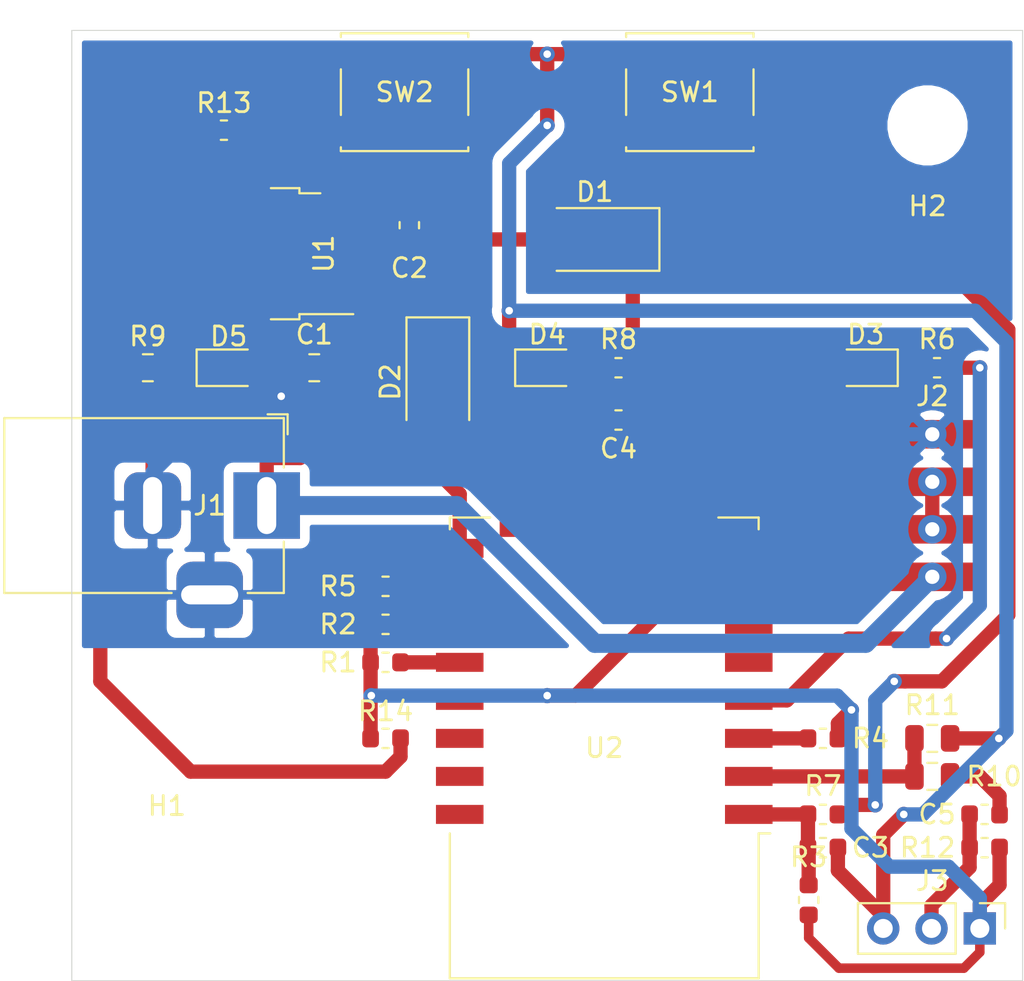
<source format=kicad_pcb>
(kicad_pcb (version 20171130) (host pcbnew "(5.1.5)-3")

  (general
    (thickness 1.6)
    (drawings 4)
    (tracks 190)
    (zones 0)
    (modules 33)
    (nets 33)
  )

  (page A4)
  (layers
    (0 F.Cu signal)
    (31 B.Cu signal)
    (32 B.Adhes user)
    (33 F.Adhes user)
    (34 B.Paste user)
    (35 F.Paste user)
    (36 B.SilkS user)
    (37 F.SilkS user)
    (38 B.Mask user)
    (39 F.Mask user)
    (40 Dwgs.User user)
    (41 Cmts.User user)
    (42 Eco1.User user)
    (43 Eco2.User user)
    (44 Edge.Cuts user)
    (45 Margin user)
    (46 B.CrtYd user)
    (47 F.CrtYd user)
    (48 B.Fab user)
    (49 F.Fab user)
  )

  (setup
    (last_trace_width 0.75)
    (user_trace_width 0.75)
    (trace_clearance 0.26)
    (zone_clearance 0.508)
    (zone_45_only yes)
    (trace_min 0.25)
    (via_size 0.8)
    (via_drill 0.4)
    (via_min_size 0.4)
    (via_min_drill 0.3)
    (user_via 0.6 0.3)
    (uvia_size 0.3)
    (uvia_drill 0.1)
    (uvias_allowed no)
    (uvia_min_size 0.2)
    (uvia_min_drill 0.1)
    (edge_width 0.05)
    (segment_width 0.2)
    (pcb_text_width 0.3)
    (pcb_text_size 1.5 1.5)
    (mod_edge_width 0.12)
    (mod_text_size 1 1)
    (mod_text_width 0.15)
    (pad_size 1.524 1.524)
    (pad_drill 0.762)
    (pad_to_mask_clearance 0.051)
    (solder_mask_min_width 0.25)
    (aux_axis_origin 0 0)
    (visible_elements 7FFDFFFF)
    (pcbplotparams
      (layerselection 0x010fc_ffffffff)
      (usegerberextensions false)
      (usegerberattributes false)
      (usegerberadvancedattributes false)
      (creategerberjobfile false)
      (excludeedgelayer true)
      (linewidth 0.150000)
      (plotframeref false)
      (viasonmask false)
      (mode 1)
      (useauxorigin false)
      (hpglpennumber 1)
      (hpglpenspeed 20)
      (hpglpendiameter 15.000000)
      (psnegative false)
      (psa4output false)
      (plotreference true)
      (plotvalue true)
      (plotinvisibletext false)
      (padsonsilk false)
      (subtractmaskfromsilk false)
      (outputformat 1)
      (mirror false)
      (drillshape 1)
      (scaleselection 1)
      (outputdirectory ""))
  )

  (net 0 "")
  (net 1 +12V)
  (net 2 GND)
  (net 3 +5V)
  (net 4 /0VA)
  (net 5 /RST)
  (net 6 +3.3VA)
  (net 7 "Net-(C5-Pad2)")
  (net 8 /EXT_ADC)
  (net 9 /GPIO16)
  (net 10 "Net-(D4-Pad2)")
  (net 11 /GPIO13)
  (net 12 /GPIO0)
  (net 13 /GPIO2)
  (net 14 /EN)
  (net 15 /GPIO15)
  (net 16 "Net-(R7-Pad2)")
  (net 17 /ADC)
  (net 18 "Net-(R13-Pad2)")
  (net 19 /GPIO5)
  (net 20 /GPIO1)
  (net 21 /GPIO3)
  (net 22 /GPIO4)
  (net 23 /SCLK)
  (net 24 /MOSI)
  (net 25 /GPIO10)
  (net 26 /GPIO9)
  (net 27 /MISO)
  (net 28 /CS)
  (net 29 /GPIO12)
  (net 30 /GPIO14)
  (net 31 "Net-(D3-Pad1)")
  (net 32 "Net-(D5-Pad1)")

  (net_class Default "This is the default net class."
    (clearance 0.26)
    (trace_width 0.25)
    (via_dia 0.8)
    (via_drill 0.4)
    (uvia_dia 0.3)
    (uvia_drill 0.1)
    (diff_pair_width 0.25)
    (diff_pair_gap 0.25)
    (add_net +12V)
    (add_net +3.3VA)
    (add_net +5V)
    (add_net /0VA)
    (add_net /ADC)
    (add_net /CS)
    (add_net /EN)
    (add_net /EXT_ADC)
    (add_net /GPIO0)
    (add_net /GPIO1)
    (add_net /GPIO10)
    (add_net /GPIO12)
    (add_net /GPIO13)
    (add_net /GPIO14)
    (add_net /GPIO15)
    (add_net /GPIO16)
    (add_net /GPIO2)
    (add_net /GPIO3)
    (add_net /GPIO4)
    (add_net /GPIO5)
    (add_net /GPIO9)
    (add_net /MISO)
    (add_net /MOSI)
    (add_net /RST)
    (add_net /SCLK)
    (add_net GND)
    (add_net "Net-(C5-Pad2)")
    (add_net "Net-(D3-Pad1)")
    (add_net "Net-(D4-Pad2)")
    (add_net "Net-(D5-Pad1)")
    (add_net "Net-(R13-Pad2)")
    (add_net "Net-(R7-Pad2)")
  )

  (module RF_Module:ESP-12E (layer F.Cu) (tedit 5ECE0BFC) (tstamp 5ED3F8AF)
    (at 128 87.75 180)
    (descr "Wi-Fi Module, http://wiki.ai-thinker.com/_media/esp8266/docs/aithinker_esp_12f_datasheet_en.pdf")
    (tags "Wi-Fi Module")
    (path /5ECEAC46)
    (attr smd)
    (fp_text reference U2 (at 0 0) (layer F.SilkS)
      (effects (font (size 1 1) (thickness 0.15)))
    )
    (fp_text value ESP-12E (at 0 -13.25) (layer F.Fab)
      (effects (font (size 1 1) (thickness 0.15)))
    )
    (fp_line (start 5.56 -4.8) (end 8.12 -7.36) (layer Dwgs.User) (width 0.12))
    (fp_line (start 2.56 -4.8) (end 8.12 -10.36) (layer Dwgs.User) (width 0.12))
    (fp_line (start -0.44 -4.8) (end 6.88 -12.12) (layer Dwgs.User) (width 0.12))
    (fp_line (start -3.44 -4.8) (end 3.88 -12.12) (layer Dwgs.User) (width 0.12))
    (fp_line (start -6.44 -4.8) (end 0.88 -12.12) (layer Dwgs.User) (width 0.12))
    (fp_line (start -8.12 -6.12) (end -2.12 -12.12) (layer Dwgs.User) (width 0.12))
    (fp_line (start -8.12 -9.12) (end -5.12 -12.12) (layer Dwgs.User) (width 0.12))
    (fp_line (start -8.12 -4.8) (end -8.12 -12.12) (layer Dwgs.User) (width 0.12))
    (fp_line (start 8.12 -4.8) (end -8.12 -4.8) (layer Dwgs.User) (width 0.12))
    (fp_line (start 8.12 -12.12) (end 8.12 -4.8) (layer Dwgs.User) (width 0.12))
    (fp_line (start -8.12 -12.12) (end 8.12 -12.12) (layer Dwgs.User) (width 0.12))
    (fp_line (start -8.12 -4.5) (end -8.73 -4.5) (layer F.SilkS) (width 0.12))
    (fp_line (start -8.12 -4.5) (end -8.12 -12.12) (layer F.SilkS) (width 0.12))
    (fp_line (start -8.12 12.12) (end -8.12 11.5) (layer F.SilkS) (width 0.12))
    (fp_line (start -6 12.12) (end -8.12 12.12) (layer F.SilkS) (width 0.12))
    (fp_line (start 8.12 12.12) (end 6 12.12) (layer F.SilkS) (width 0.12))
    (fp_line (start 8.12 11.5) (end 8.12 12.12) (layer F.SilkS) (width 0.12))
    (fp_line (start 8.12 -12.12) (end 8.12 -4.5) (layer F.SilkS) (width 0.12))
    (fp_line (start -8.12 -12.12) (end 8.12 -12.12) (layer F.SilkS) (width 0.12))
    (fp_line (start -9.05 13.1) (end -9.05 -12.2) (layer F.CrtYd) (width 0.05))
    (fp_line (start 9.05 13.1) (end -9.05 13.1) (layer F.CrtYd) (width 0.05))
    (fp_line (start 9.05 -12.2) (end 9.05 13.1) (layer F.CrtYd) (width 0.05))
    (fp_line (start -9.05 -12.2) (end 9.05 -12.2) (layer F.CrtYd) (width 0.05))
    (fp_line (start -8 -4) (end -8 -12) (layer F.Fab) (width 0.12))
    (fp_line (start -7.5 -3.5) (end -8 -4) (layer F.Fab) (width 0.12))
    (fp_line (start -8 -3) (end -7.5 -3.5) (layer F.Fab) (width 0.12))
    (fp_line (start -8 12) (end -8 -3) (layer F.Fab) (width 0.12))
    (fp_line (start 8 12) (end -8 12) (layer F.Fab) (width 0.12))
    (fp_line (start 8 -12) (end 8 12) (layer F.Fab) (width 0.12))
    (fp_line (start -8 -12) (end 8 -12) (layer F.Fab) (width 0.12))
    (fp_text user %R (at 0 0) (layer F.Fab)
      (effects (font (size 1 1) (thickness 0.15)))
    )
    (fp_text user "KEEP-OUT ZONE" (at 0.03 -9.55 180) (layer Cmts.User)
      (effects (font (size 1 1) (thickness 0.15)))
    )
    (fp_text user Antenna (at -0.06 -7 180) (layer Cmts.User)
      (effects (font (size 1 1) (thickness 0.15)))
    )
    (pad 22 smd rect (at 7.6 -3.5 180) (size 2.5 1) (layers F.Cu F.Paste F.Mask)
      (net 20 /GPIO1))
    (pad 21 smd rect (at 7.6 -1.5 180) (size 2.5 1) (layers F.Cu F.Paste F.Mask)
      (net 21 /GPIO3))
    (pad 20 smd rect (at 7.6 0.5 180) (size 2.5 1) (layers F.Cu F.Paste F.Mask)
      (net 19 /GPIO5))
    (pad 19 smd rect (at 7.6 2.5 180) (size 2.5 1) (layers F.Cu F.Paste F.Mask)
      (net 22 /GPIO4))
    (pad 18 smd rect (at 7.6 4.5 180) (size 2.5 1) (layers F.Cu F.Paste F.Mask)
      (net 12 /GPIO0))
    (pad 17 smd rect (at 7.6 6.5 180) (size 2.5 1) (layers F.Cu F.Paste F.Mask)
      (net 13 /GPIO2))
    (pad 16 smd rect (at 7.6 8.5 180) (size 2.5 1) (layers F.Cu F.Paste F.Mask)
      (net 15 /GPIO15))
    (pad 15 smd rect (at 7.6 10.5 180) (size 2.5 1) (layers F.Cu F.Paste F.Mask)
      (net 4 /0VA))
    (pad 14 smd rect (at 5 12 180) (size 1 1.8) (layers F.Cu F.Paste F.Mask)
      (net 23 /SCLK))
    (pad 13 smd rect (at 3 12 180) (size 1 1.8) (layers F.Cu F.Paste F.Mask)
      (net 24 /MOSI))
    (pad 12 smd rect (at 1 12 180) (size 1 1.8) (layers F.Cu F.Paste F.Mask)
      (net 25 /GPIO10))
    (pad 11 smd rect (at -1 12 180) (size 1 1.8) (layers F.Cu F.Paste F.Mask)
      (net 26 /GPIO9))
    (pad 10 smd rect (at -3 12 180) (size 1 1.8) (layers F.Cu F.Paste F.Mask)
      (net 27 /MISO))
    (pad 9 smd rect (at -5 12 180) (size 1 1.8) (layers F.Cu F.Paste F.Mask)
      (net 28 /CS))
    (pad 8 smd rect (at -7.6 10.5 180) (size 2.5 1) (layers F.Cu F.Paste F.Mask)
      (net 6 +3.3VA))
    (pad 7 smd rect (at -7.6 8.5 180) (size 2.5 1) (layers F.Cu F.Paste F.Mask)
      (net 11 /GPIO13))
    (pad 6 smd rect (at -7.6 6.5 180) (size 2.5 1) (layers F.Cu F.Paste F.Mask)
      (net 29 /GPIO12))
    (pad 5 smd rect (at -7.6 4.5 180) (size 2.5 1) (layers F.Cu F.Paste F.Mask)
      (net 30 /GPIO14))
    (pad 4 smd rect (at -7.6 2.5 180) (size 2.5 1) (layers F.Cu F.Paste F.Mask)
      (net 9 /GPIO16))
    (pad 3 smd rect (at -7.6 0.5 180) (size 2.5 1) (layers F.Cu F.Paste F.Mask)
      (net 14 /EN))
    (pad 2 smd rect (at -7.6 -1.5 180) (size 2.5 1) (layers F.Cu F.Paste F.Mask)
      (net 17 /ADC))
    (pad 1 smd rect (at -7.6 -3.5 180) (size 2.5 1) (layers F.Cu F.Paste F.Mask)
      (net 5 /RST))
    (model ${KISYS3DMOD}/ESP8266.3dshapes/ESP-12E.wrl
      (offset (xyz -7 3.5 0))
      (scale (xyz 0.394 0.394 0.394))
      (rotate (xyz 0 0 0))
    )
  )

  (module Package_TO_SOT_SMD:TO-252-2 (layer F.Cu) (tedit 5A70A390) (tstamp 5ED3F874)
    (at 109.5 61.75 180)
    (descr "TO-252 / DPAK SMD package, http://www.infineon.com/cms/en/product/packages/PG-TO252/PG-TO252-3-1/")
    (tags "DPAK TO-252 DPAK-3 TO-252-3 SOT-428")
    (path /5ECD9D89)
    (attr smd)
    (fp_text reference U1 (at -3.75 0 270) (layer F.SilkS)
      (effects (font (size 1 1) (thickness 0.15)))
    )
    (fp_text value LM7805_TO252-2 (at 0 4.5) (layer F.Fab)
      (effects (font (size 1 1) (thickness 0.15)))
    )
    (fp_text user %R (at 0 0) (layer F.Fab)
      (effects (font (size 1 1) (thickness 0.15)))
    )
    (fp_line (start 5.55 -3.5) (end -5.55 -3.5) (layer F.CrtYd) (width 0.05))
    (fp_line (start 5.55 3.5) (end 5.55 -3.5) (layer F.CrtYd) (width 0.05))
    (fp_line (start -5.55 3.5) (end 5.55 3.5) (layer F.CrtYd) (width 0.05))
    (fp_line (start -5.55 -3.5) (end -5.55 3.5) (layer F.CrtYd) (width 0.05))
    (fp_line (start -2.47 3.18) (end -3.57 3.18) (layer F.SilkS) (width 0.12))
    (fp_line (start -2.47 3.45) (end -2.47 3.18) (layer F.SilkS) (width 0.12))
    (fp_line (start -0.97 3.45) (end -2.47 3.45) (layer F.SilkS) (width 0.12))
    (fp_line (start -2.47 -3.18) (end -5.3 -3.18) (layer F.SilkS) (width 0.12))
    (fp_line (start -2.47 -3.45) (end -2.47 -3.18) (layer F.SilkS) (width 0.12))
    (fp_line (start -0.97 -3.45) (end -2.47 -3.45) (layer F.SilkS) (width 0.12))
    (fp_line (start -4.97 2.655) (end -2.27 2.655) (layer F.Fab) (width 0.1))
    (fp_line (start -4.97 1.905) (end -4.97 2.655) (layer F.Fab) (width 0.1))
    (fp_line (start -2.27 1.905) (end -4.97 1.905) (layer F.Fab) (width 0.1))
    (fp_line (start -4.97 -1.905) (end -2.27 -1.905) (layer F.Fab) (width 0.1))
    (fp_line (start -4.97 -2.655) (end -4.97 -1.905) (layer F.Fab) (width 0.1))
    (fp_line (start -1.865 -2.655) (end -4.97 -2.655) (layer F.Fab) (width 0.1))
    (fp_line (start -1.27 -3.25) (end 3.95 -3.25) (layer F.Fab) (width 0.1))
    (fp_line (start -2.27 -2.25) (end -1.27 -3.25) (layer F.Fab) (width 0.1))
    (fp_line (start -2.27 3.25) (end -2.27 -2.25) (layer F.Fab) (width 0.1))
    (fp_line (start 3.95 3.25) (end -2.27 3.25) (layer F.Fab) (width 0.1))
    (fp_line (start 3.95 -3.25) (end 3.95 3.25) (layer F.Fab) (width 0.1))
    (fp_line (start 4.95 2.7) (end 3.95 2.7) (layer F.Fab) (width 0.1))
    (fp_line (start 4.95 -2.7) (end 4.95 2.7) (layer F.Fab) (width 0.1))
    (fp_line (start 3.95 -2.7) (end 4.95 -2.7) (layer F.Fab) (width 0.1))
    (pad "" smd rect (at 0.425 1.525 180) (size 3.05 2.75) (layers F.Paste))
    (pad "" smd rect (at 3.775 -1.525 180) (size 3.05 2.75) (layers F.Paste))
    (pad "" smd rect (at 0.425 -1.525 180) (size 3.05 2.75) (layers F.Paste))
    (pad "" smd rect (at 3.775 1.525 180) (size 3.05 2.75) (layers F.Paste))
    (pad 2 smd rect (at 2.1 0 180) (size 6.4 5.8) (layers F.Cu F.Mask)
      (net 2 GND))
    (pad 3 smd rect (at -4.2 2.28 180) (size 2.2 1.2) (layers F.Cu F.Paste F.Mask)
      (net 3 +5V))
    (pad 1 smd rect (at -4.2 -2.28 180) (size 2.2 1.2) (layers F.Cu F.Paste F.Mask)
      (net 1 +12V))
    (model ${KISYS3DMOD}/Package_TO_SOT_SMD.3dshapes/TO-252-2.wrl
      (at (xyz 0 0 0))
      (scale (xyz 1 1 1))
      (rotate (xyz 0 0 0))
    )
  )

  (module Button_Switch_SMD:SW_SPST_EVQQ2 (layer F.Cu) (tedit 5872491A) (tstamp 5ED3F850)
    (at 117.5 53.25 180)
    (descr "Light Touch Switch, https://industrial.panasonic.com/cdbs/www-data/pdf/ATK0000/ATK0000CE28.pdf")
    (path /5ECF190D)
    (attr smd)
    (fp_text reference SW2 (at 0 0) (layer F.SilkS)
      (effects (font (size 1 1) (thickness 0.15)))
    )
    (fp_text value SW2 (at 0 4) (layer F.Fab)
      (effects (font (size 1 1) (thickness 0.15)))
    )
    (fp_circle (center 0 0) (end 1.5 0) (layer F.Fab) (width 0.1))
    (fp_circle (center 0 0) (end 1.9 0) (layer F.Fab) (width 0.1))
    (fp_line (start -3.35 3.1) (end 3.35 3.1) (layer F.SilkS) (width 0.12))
    (fp_line (start 3.35 -3.1) (end -3.35 -3.1) (layer F.SilkS) (width 0.12))
    (fp_line (start 3.35 -1.2) (end 3.35 1.2) (layer F.SilkS) (width 0.12))
    (fp_line (start -3.35 -1.2) (end -3.35 1.2) (layer F.SilkS) (width 0.12))
    (fp_line (start -3.35 -3.1) (end -3.35 -2.9) (layer F.SilkS) (width 0.12))
    (fp_line (start -3.35 3.1) (end -3.35 2.9) (layer F.SilkS) (width 0.12))
    (fp_line (start 3.35 3.1) (end 3.35 2.9) (layer F.SilkS) (width 0.12))
    (fp_line (start 3.35 -3.1) (end 3.35 -2.9) (layer F.SilkS) (width 0.12))
    (fp_line (start -5.25 3.25) (end -5.25 -3.25) (layer F.CrtYd) (width 0.05))
    (fp_line (start 5.25 3.25) (end -5.25 3.25) (layer F.CrtYd) (width 0.05))
    (fp_line (start 5.25 -3.25) (end 5.25 3.25) (layer F.CrtYd) (width 0.05))
    (fp_line (start -5.25 -3.25) (end 5.25 -3.25) (layer F.CrtYd) (width 0.05))
    (fp_text user %R (at 0 4) (layer F.Fab)
      (effects (font (size 1 1) (thickness 0.15)))
    )
    (fp_line (start -3.25 3) (end -3.25 -3) (layer F.Fab) (width 0.1))
    (fp_line (start 3.25 3) (end -3.25 3) (layer F.Fab) (width 0.1))
    (fp_line (start 3.25 -3) (end 3.25 3) (layer F.Fab) (width 0.1))
    (fp_line (start -3.25 -3) (end 3.25 -3) (layer F.Fab) (width 0.1))
    (pad 2 smd rect (at 3.4 2 180) (size 3.2 1) (layers F.Cu F.Paste F.Mask)
      (net 4 /0VA))
    (pad 2 smd rect (at -3.4 2 180) (size 3.2 1) (layers F.Cu F.Paste F.Mask)
      (net 4 /0VA))
    (pad 1 smd rect (at -3.4 -2 180) (size 3.2 1) (layers F.Cu F.Paste F.Mask)
      (net 18 "Net-(R13-Pad2)"))
    (pad 1 smd rect (at 3.4 -2 180) (size 3.2 1) (layers F.Cu F.Paste F.Mask)
      (net 18 "Net-(R13-Pad2)"))
    (model ${KISYS3DMOD}/Button_Switch_SMD.3dshapes/SW_SPST_EVQQ2.wrl
      (at (xyz 0 0 0))
      (scale (xyz 1 1 1))
      (rotate (xyz 0 0 0))
    )
  )

  (module Button_Switch_SMD:SW_SPST_EVQQ2 (layer F.Cu) (tedit 5872491A) (tstamp 5ED3F835)
    (at 132.5 53.25 180)
    (descr "Light Touch Switch, https://industrial.panasonic.com/cdbs/www-data/pdf/ATK0000/ATK0000CE28.pdf")
    (path /5ED3BE4B)
    (attr smd)
    (fp_text reference SW1 (at 0 0) (layer F.SilkS)
      (effects (font (size 1 1) (thickness 0.15)))
    )
    (fp_text value DNP (at 3 4) (layer F.Fab)
      (effects (font (size 1 1) (thickness 0.15)))
    )
    (fp_circle (center 0 0) (end 1.5 0) (layer F.Fab) (width 0.1))
    (fp_circle (center 0 0) (end 1.9 0) (layer F.Fab) (width 0.1))
    (fp_line (start -3.35 3.1) (end 3.35 3.1) (layer F.SilkS) (width 0.12))
    (fp_line (start 3.35 -3.1) (end -3.35 -3.1) (layer F.SilkS) (width 0.12))
    (fp_line (start 3.35 -1.2) (end 3.35 1.2) (layer F.SilkS) (width 0.12))
    (fp_line (start -3.35 -1.2) (end -3.35 1.2) (layer F.SilkS) (width 0.12))
    (fp_line (start -3.35 -3.1) (end -3.35 -2.9) (layer F.SilkS) (width 0.12))
    (fp_line (start -3.35 3.1) (end -3.35 2.9) (layer F.SilkS) (width 0.12))
    (fp_line (start 3.35 3.1) (end 3.35 2.9) (layer F.SilkS) (width 0.12))
    (fp_line (start 3.35 -3.1) (end 3.35 -2.9) (layer F.SilkS) (width 0.12))
    (fp_line (start -5.25 3.25) (end -5.25 -3.25) (layer F.CrtYd) (width 0.05))
    (fp_line (start 5.25 3.25) (end -5.25 3.25) (layer F.CrtYd) (width 0.05))
    (fp_line (start 5.25 -3.25) (end 5.25 3.25) (layer F.CrtYd) (width 0.05))
    (fp_line (start -5.25 -3.25) (end 5.25 -3.25) (layer F.CrtYd) (width 0.05))
    (fp_text user %R (at 0 4) (layer F.Fab)
      (effects (font (size 1 1) (thickness 0.15)))
    )
    (fp_line (start -3.25 3) (end -3.25 -3) (layer F.Fab) (width 0.1))
    (fp_line (start 3.25 3) (end -3.25 3) (layer F.Fab) (width 0.1))
    (fp_line (start 3.25 -3) (end 3.25 3) (layer F.Fab) (width 0.1))
    (fp_line (start -3.25 -3) (end 3.25 -3) (layer F.Fab) (width 0.1))
    (pad 2 smd rect (at 3.4 2 180) (size 3.2 1) (layers F.Cu F.Paste F.Mask)
      (net 4 /0VA))
    (pad 2 smd rect (at -3.4 2 180) (size 3.2 1) (layers F.Cu F.Paste F.Mask)
      (net 4 /0VA))
    (pad 1 smd rect (at -3.4 -2 180) (size 3.2 1) (layers F.Cu F.Paste F.Mask)
      (net 16 "Net-(R7-Pad2)"))
    (pad 1 smd rect (at 3.4 -2 180) (size 3.2 1) (layers F.Cu F.Paste F.Mask)
      (net 16 "Net-(R7-Pad2)"))
    (model ${KISYS3DMOD}/Button_Switch_SMD.3dshapes/SW_SPST_EVQQ2.wrl
      (at (xyz 0 0 0))
      (scale (xyz 1 1 1))
      (rotate (xyz 0 0 0))
    )
  )

  (module Resistor_SMD:R_0603_1608Metric (layer F.Cu) (tedit 5B301BBD) (tstamp 5ED3F81A)
    (at 116.5 87.25)
    (descr "Resistor SMD 0603 (1608 Metric), square (rectangular) end terminal, IPC_7351 nominal, (Body size source: http://www.tortai-tech.com/upload/download/2011102023233369053.pdf), generated with kicad-footprint-generator")
    (tags resistor)
    (path /5ECFC284)
    (attr smd)
    (fp_text reference R14 (at 0 -1.43) (layer F.SilkS)
      (effects (font (size 1 1) (thickness 0.15)))
    )
    (fp_text value 10K (at 0 1.43) (layer F.Fab)
      (effects (font (size 1 1) (thickness 0.15)))
    )
    (fp_line (start -0.8 0.4) (end -0.8 -0.4) (layer F.Fab) (width 0.1))
    (fp_line (start -0.8 -0.4) (end 0.8 -0.4) (layer F.Fab) (width 0.1))
    (fp_line (start 0.8 -0.4) (end 0.8 0.4) (layer F.Fab) (width 0.1))
    (fp_line (start 0.8 0.4) (end -0.8 0.4) (layer F.Fab) (width 0.1))
    (fp_line (start -0.162779 -0.51) (end 0.162779 -0.51) (layer F.SilkS) (width 0.12))
    (fp_line (start -0.162779 0.51) (end 0.162779 0.51) (layer F.SilkS) (width 0.12))
    (fp_line (start -1.48 0.73) (end -1.48 -0.73) (layer F.CrtYd) (width 0.05))
    (fp_line (start -1.48 -0.73) (end 1.48 -0.73) (layer F.CrtYd) (width 0.05))
    (fp_line (start 1.48 -0.73) (end 1.48 0.73) (layer F.CrtYd) (width 0.05))
    (fp_line (start 1.48 0.73) (end -1.48 0.73) (layer F.CrtYd) (width 0.05))
    (fp_text user %R (at 0 0) (layer F.Fab)
      (effects (font (size 0.4 0.4) (thickness 0.06)))
    )
    (pad 1 smd roundrect (at -0.7875 0) (size 0.875 0.95) (layers F.Cu F.Paste F.Mask) (roundrect_rratio 0.25)
      (net 6 +3.3VA))
    (pad 2 smd roundrect (at 0.7875 0) (size 0.875 0.95) (layers F.Cu F.Paste F.Mask) (roundrect_rratio 0.25)
      (net 19 /GPIO5))
    (model ${KISYS3DMOD}/Resistor_SMD.3dshapes/R_0603_1608Metric.wrl
      (at (xyz 0 0 0))
      (scale (xyz 1 1 1))
      (rotate (xyz 0 0 0))
    )
  )

  (module Resistor_SMD:R_0603_1608Metric (layer F.Cu) (tedit 5B301BBD) (tstamp 5ED3F809)
    (at 108 55.25)
    (descr "Resistor SMD 0603 (1608 Metric), square (rectangular) end terminal, IPC_7351 nominal, (Body size source: http://www.tortai-tech.com/upload/download/2011102023233369053.pdf), generated with kicad-footprint-generator")
    (tags resistor)
    (path /5ECF1904)
    (attr smd)
    (fp_text reference R13 (at 0 -1.43) (layer F.SilkS)
      (effects (font (size 1 1) (thickness 0.15)))
    )
    (fp_text value 470 (at 0 1.43) (layer F.Fab)
      (effects (font (size 1 1) (thickness 0.15)))
    )
    (fp_text user %R (at 0 0) (layer F.Fab)
      (effects (font (size 0.4 0.4) (thickness 0.06)))
    )
    (fp_line (start 1.48 0.73) (end -1.48 0.73) (layer F.CrtYd) (width 0.05))
    (fp_line (start 1.48 -0.73) (end 1.48 0.73) (layer F.CrtYd) (width 0.05))
    (fp_line (start -1.48 -0.73) (end 1.48 -0.73) (layer F.CrtYd) (width 0.05))
    (fp_line (start -1.48 0.73) (end -1.48 -0.73) (layer F.CrtYd) (width 0.05))
    (fp_line (start -0.162779 0.51) (end 0.162779 0.51) (layer F.SilkS) (width 0.12))
    (fp_line (start -0.162779 -0.51) (end 0.162779 -0.51) (layer F.SilkS) (width 0.12))
    (fp_line (start 0.8 0.4) (end -0.8 0.4) (layer F.Fab) (width 0.1))
    (fp_line (start 0.8 -0.4) (end 0.8 0.4) (layer F.Fab) (width 0.1))
    (fp_line (start -0.8 -0.4) (end 0.8 -0.4) (layer F.Fab) (width 0.1))
    (fp_line (start -0.8 0.4) (end -0.8 -0.4) (layer F.Fab) (width 0.1))
    (pad 2 smd roundrect (at 0.7875 0) (size 0.875 0.95) (layers F.Cu F.Paste F.Mask) (roundrect_rratio 0.25)
      (net 18 "Net-(R13-Pad2)"))
    (pad 1 smd roundrect (at -0.7875 0) (size 0.875 0.95) (layers F.Cu F.Paste F.Mask) (roundrect_rratio 0.25)
      (net 19 /GPIO5))
    (model ${KISYS3DMOD}/Resistor_SMD.3dshapes/R_0603_1608Metric.wrl
      (at (xyz 0 0 0))
      (scale (xyz 1 1 1))
      (rotate (xyz 0 0 0))
    )
  )

  (module Resistor_SMD:R_0603_1608Metric (layer F.Cu) (tedit 5B301BBD) (tstamp 5ED3F7F8)
    (at 148 93)
    (descr "Resistor SMD 0603 (1608 Metric), square (rectangular) end terminal, IPC_7351 nominal, (Body size source: http://www.tortai-tech.com/upload/download/2011102023233369053.pdf), generated with kicad-footprint-generator")
    (tags resistor)
    (path /5EDBAB54)
    (attr smd)
    (fp_text reference R12 (at -3 0) (layer F.SilkS)
      (effects (font (size 1 1) (thickness 0.15)))
    )
    (fp_text value "2.2K DNP" (at 0 1.43) (layer F.Fab)
      (effects (font (size 1 1) (thickness 0.15)))
    )
    (fp_text user %R (at 0 0) (layer F.Fab)
      (effects (font (size 0.4 0.4) (thickness 0.06)))
    )
    (fp_line (start 1.48 0.73) (end -1.48 0.73) (layer F.CrtYd) (width 0.05))
    (fp_line (start 1.48 -0.73) (end 1.48 0.73) (layer F.CrtYd) (width 0.05))
    (fp_line (start -1.48 -0.73) (end 1.48 -0.73) (layer F.CrtYd) (width 0.05))
    (fp_line (start -1.48 0.73) (end -1.48 -0.73) (layer F.CrtYd) (width 0.05))
    (fp_line (start -0.162779 0.51) (end 0.162779 0.51) (layer F.SilkS) (width 0.12))
    (fp_line (start -0.162779 -0.51) (end 0.162779 -0.51) (layer F.SilkS) (width 0.12))
    (fp_line (start 0.8 0.4) (end -0.8 0.4) (layer F.Fab) (width 0.1))
    (fp_line (start 0.8 -0.4) (end 0.8 0.4) (layer F.Fab) (width 0.1))
    (fp_line (start -0.8 -0.4) (end 0.8 -0.4) (layer F.Fab) (width 0.1))
    (fp_line (start -0.8 0.4) (end -0.8 -0.4) (layer F.Fab) (width 0.1))
    (pad 2 smd roundrect (at 0.7875 0) (size 0.875 0.95) (layers F.Cu F.Paste F.Mask) (roundrect_rratio 0.25)
      (net 6 +3.3VA))
    (pad 1 smd roundrect (at -0.7875 0) (size 0.875 0.95) (layers F.Cu F.Paste F.Mask) (roundrect_rratio 0.25)
      (net 7 "Net-(C5-Pad2)"))
    (model ${KISYS3DMOD}/Resistor_SMD.3dshapes/R_0603_1608Metric.wrl
      (at (xyz 0 0 0))
      (scale (xyz 1 1 1))
      (rotate (xyz 0 0 0))
    )
  )

  (module Resistor_SMD:R_0805_2012Metric (layer F.Cu) (tedit 5B36C52B) (tstamp 5ED3F7E7)
    (at 145.25 87.25 180)
    (descr "Resistor SMD 0805 (2012 Metric), square (rectangular) end terminal, IPC_7351 nominal, (Body size source: https://docs.google.com/spreadsheets/d/1BsfQQcO9C6DZCsRaXUlFlo91Tg2WpOkGARC1WS5S8t0/edit?usp=sharing), generated with kicad-footprint-generator")
    (tags resistor)
    (path /5ED48F20)
    (attr smd)
    (fp_text reference R11 (at 0 1.75) (layer F.SilkS)
      (effects (font (size 1 1) (thickness 0.15)))
    )
    (fp_text value "100k 1% DNP" (at 0 1.65) (layer F.Fab)
      (effects (font (size 1 1) (thickness 0.15)))
    )
    (fp_text user %R (at 0 0 270) (layer F.Fab)
      (effects (font (size 0.5 0.5) (thickness 0.08)))
    )
    (fp_line (start 1.68 0.95) (end -1.68 0.95) (layer F.CrtYd) (width 0.05))
    (fp_line (start 1.68 -0.95) (end 1.68 0.95) (layer F.CrtYd) (width 0.05))
    (fp_line (start -1.68 -0.95) (end 1.68 -0.95) (layer F.CrtYd) (width 0.05))
    (fp_line (start -1.68 0.95) (end -1.68 -0.95) (layer F.CrtYd) (width 0.05))
    (fp_line (start -0.258578 0.71) (end 0.258578 0.71) (layer F.SilkS) (width 0.12))
    (fp_line (start -0.258578 -0.71) (end 0.258578 -0.71) (layer F.SilkS) (width 0.12))
    (fp_line (start 1 0.6) (end -1 0.6) (layer F.Fab) (width 0.1))
    (fp_line (start 1 -0.6) (end 1 0.6) (layer F.Fab) (width 0.1))
    (fp_line (start -1 -0.6) (end 1 -0.6) (layer F.Fab) (width 0.1))
    (fp_line (start -1 0.6) (end -1 -0.6) (layer F.Fab) (width 0.1))
    (pad 2 smd roundrect (at 0.9375 0 180) (size 0.975 1.4) (layers F.Cu F.Paste F.Mask) (roundrect_rratio 0.25)
      (net 17 /ADC))
    (pad 1 smd roundrect (at -0.9375 0 180) (size 0.975 1.4) (layers F.Cu F.Paste F.Mask) (roundrect_rratio 0.25)
      (net 4 /0VA))
    (model ${KISYS3DMOD}/Resistor_SMD.3dshapes/R_0805_2012Metric.wrl
      (at (xyz 0 0 0))
      (scale (xyz 1 1 1))
      (rotate (xyz 0 0 0))
    )
  )

  (module Resistor_SMD:R_0805_2012Metric (layer F.Cu) (tedit 5B36C52B) (tstamp 5ED3F7D6)
    (at 145.25 89.25)
    (descr "Resistor SMD 0805 (2012 Metric), square (rectangular) end terminal, IPC_7351 nominal, (Body size source: https://docs.google.com/spreadsheets/d/1BsfQQcO9C6DZCsRaXUlFlo91Tg2WpOkGARC1WS5S8t0/edit?usp=sharing), generated with kicad-footprint-generator")
    (tags resistor)
    (path /5ED48717)
    (attr smd)
    (fp_text reference R10 (at 3.25 0) (layer F.SilkS)
      (effects (font (size 1 1) (thickness 0.15)))
    )
    (fp_text value "220K 1% DNP" (at 0 1.65) (layer F.Fab)
      (effects (font (size 1 1) (thickness 0.15)))
    )
    (fp_text user %R (at 0 0) (layer F.Fab)
      (effects (font (size 0.5 0.5) (thickness 0.08)))
    )
    (fp_line (start 1.68 0.95) (end -1.68 0.95) (layer F.CrtYd) (width 0.05))
    (fp_line (start 1.68 -0.95) (end 1.68 0.95) (layer F.CrtYd) (width 0.05))
    (fp_line (start -1.68 -0.95) (end 1.68 -0.95) (layer F.CrtYd) (width 0.05))
    (fp_line (start -1.68 0.95) (end -1.68 -0.95) (layer F.CrtYd) (width 0.05))
    (fp_line (start -0.258578 0.71) (end 0.258578 0.71) (layer F.SilkS) (width 0.12))
    (fp_line (start -0.258578 -0.71) (end 0.258578 -0.71) (layer F.SilkS) (width 0.12))
    (fp_line (start 1 0.6) (end -1 0.6) (layer F.Fab) (width 0.1))
    (fp_line (start 1 -0.6) (end 1 0.6) (layer F.Fab) (width 0.1))
    (fp_line (start -1 -0.6) (end 1 -0.6) (layer F.Fab) (width 0.1))
    (fp_line (start -1 0.6) (end -1 -0.6) (layer F.Fab) (width 0.1))
    (pad 2 smd roundrect (at 0.9375 0) (size 0.975 1.4) (layers F.Cu F.Paste F.Mask) (roundrect_rratio 0.25)
      (net 8 /EXT_ADC))
    (pad 1 smd roundrect (at -0.9375 0) (size 0.975 1.4) (layers F.Cu F.Paste F.Mask) (roundrect_rratio 0.25)
      (net 17 /ADC))
    (model ${KISYS3DMOD}/Resistor_SMD.3dshapes/R_0805_2012Metric.wrl
      (at (xyz 0 0 0))
      (scale (xyz 1 1 1))
      (rotate (xyz 0 0 0))
    )
  )

  (module Resistor_SMD:R_0805_2012Metric (layer F.Cu) (tedit 5B36C52B) (tstamp 5ED3F7C5)
    (at 104 67.75)
    (descr "Resistor SMD 0805 (2012 Metric), square (rectangular) end terminal, IPC_7351 nominal, (Body size source: https://docs.google.com/spreadsheets/d/1BsfQQcO9C6DZCsRaXUlFlo91Tg2WpOkGARC1WS5S8t0/edit?usp=sharing), generated with kicad-footprint-generator")
    (tags resistor)
    (path /5ED6C5A9)
    (attr smd)
    (fp_text reference R9 (at 0 -1.65) (layer F.SilkS)
      (effects (font (size 1 1) (thickness 0.15)))
    )
    (fp_text value 510 (at 0 1.65) (layer F.Fab)
      (effects (font (size 1 1) (thickness 0.15)))
    )
    (fp_text user %R (at 0 0) (layer F.Fab)
      (effects (font (size 0.5 0.5) (thickness 0.08)))
    )
    (fp_line (start 1.68 0.95) (end -1.68 0.95) (layer F.CrtYd) (width 0.05))
    (fp_line (start 1.68 -0.95) (end 1.68 0.95) (layer F.CrtYd) (width 0.05))
    (fp_line (start -1.68 -0.95) (end 1.68 -0.95) (layer F.CrtYd) (width 0.05))
    (fp_line (start -1.68 0.95) (end -1.68 -0.95) (layer F.CrtYd) (width 0.05))
    (fp_line (start -0.258578 0.71) (end 0.258578 0.71) (layer F.SilkS) (width 0.12))
    (fp_line (start -0.258578 -0.71) (end 0.258578 -0.71) (layer F.SilkS) (width 0.12))
    (fp_line (start 1 0.6) (end -1 0.6) (layer F.Fab) (width 0.1))
    (fp_line (start 1 -0.6) (end 1 0.6) (layer F.Fab) (width 0.1))
    (fp_line (start -1 -0.6) (end 1 -0.6) (layer F.Fab) (width 0.1))
    (fp_line (start -1 0.6) (end -1 -0.6) (layer F.Fab) (width 0.1))
    (pad 2 smd roundrect (at 0.9375 0) (size 0.975 1.4) (layers F.Cu F.Paste F.Mask) (roundrect_rratio 0.25)
      (net 32 "Net-(D5-Pad1)"))
    (pad 1 smd roundrect (at -0.9375 0) (size 0.975 1.4) (layers F.Cu F.Paste F.Mask) (roundrect_rratio 0.25)
      (net 2 GND))
    (model ${KISYS3DMOD}/Resistor_SMD.3dshapes/R_0805_2012Metric.wrl
      (at (xyz 0 0 0))
      (scale (xyz 1 1 1))
      (rotate (xyz 0 0 0))
    )
  )

  (module Resistor_SMD:R_0603_1608Metric (layer F.Cu) (tedit 5B301BBD) (tstamp 5ED3F7B4)
    (at 128.75 67.75 180)
    (descr "Resistor SMD 0603 (1608 Metric), square (rectangular) end terminal, IPC_7351 nominal, (Body size source: http://www.tortai-tech.com/upload/download/2011102023233369053.pdf), generated with kicad-footprint-generator")
    (tags resistor)
    (path /5ED49487)
    (attr smd)
    (fp_text reference R8 (at 0 1.5) (layer F.SilkS)
      (effects (font (size 1 1) (thickness 0.15)))
    )
    (fp_text value 22 (at 0 1.43) (layer F.Fab)
      (effects (font (size 1 1) (thickness 0.15)))
    )
    (fp_text user %R (at 0 0) (layer F.Fab)
      (effects (font (size 0.4 0.4) (thickness 0.06)))
    )
    (fp_line (start 1.48 0.73) (end -1.48 0.73) (layer F.CrtYd) (width 0.05))
    (fp_line (start 1.48 -0.73) (end 1.48 0.73) (layer F.CrtYd) (width 0.05))
    (fp_line (start -1.48 -0.73) (end 1.48 -0.73) (layer F.CrtYd) (width 0.05))
    (fp_line (start -1.48 0.73) (end -1.48 -0.73) (layer F.CrtYd) (width 0.05))
    (fp_line (start -0.162779 0.51) (end 0.162779 0.51) (layer F.SilkS) (width 0.12))
    (fp_line (start -0.162779 -0.51) (end 0.162779 -0.51) (layer F.SilkS) (width 0.12))
    (fp_line (start 0.8 0.4) (end -0.8 0.4) (layer F.Fab) (width 0.1))
    (fp_line (start 0.8 -0.4) (end 0.8 0.4) (layer F.Fab) (width 0.1))
    (fp_line (start -0.8 -0.4) (end 0.8 -0.4) (layer F.Fab) (width 0.1))
    (fp_line (start -0.8 0.4) (end -0.8 -0.4) (layer F.Fab) (width 0.1))
    (pad 2 smd roundrect (at 0.7875 0 180) (size 0.875 0.95) (layers F.Cu F.Paste F.Mask) (roundrect_rratio 0.25)
      (net 10 "Net-(D4-Pad2)"))
    (pad 1 smd roundrect (at -0.7875 0 180) (size 0.875 0.95) (layers F.Cu F.Paste F.Mask) (roundrect_rratio 0.25)
      (net 6 +3.3VA))
    (model ${KISYS3DMOD}/Resistor_SMD.3dshapes/R_0603_1608Metric.wrl
      (at (xyz 0 0 0))
      (scale (xyz 1 1 1))
      (rotate (xyz 0 0 0))
    )
  )

  (module Resistor_SMD:R_0603_1608Metric (layer F.Cu) (tedit 5B301BBD) (tstamp 5ED3F7A3)
    (at 139.5 91.25)
    (descr "Resistor SMD 0603 (1608 Metric), square (rectangular) end terminal, IPC_7351 nominal, (Body size source: http://www.tortai-tech.com/upload/download/2011102023233369053.pdf), generated with kicad-footprint-generator")
    (tags resistor)
    (path /5ED490CD)
    (attr smd)
    (fp_text reference R7 (at 0 -1.5) (layer F.SilkS)
      (effects (font (size 1 1) (thickness 0.15)))
    )
    (fp_text value 470 (at 0 1.43) (layer F.Fab)
      (effects (font (size 1 1) (thickness 0.15)))
    )
    (fp_text user %R (at 0 0) (layer F.Fab)
      (effects (font (size 0.4 0.4) (thickness 0.06)))
    )
    (fp_line (start 1.48 0.73) (end -1.48 0.73) (layer F.CrtYd) (width 0.05))
    (fp_line (start 1.48 -0.73) (end 1.48 0.73) (layer F.CrtYd) (width 0.05))
    (fp_line (start -1.48 -0.73) (end 1.48 -0.73) (layer F.CrtYd) (width 0.05))
    (fp_line (start -1.48 0.73) (end -1.48 -0.73) (layer F.CrtYd) (width 0.05))
    (fp_line (start -0.162779 0.51) (end 0.162779 0.51) (layer F.SilkS) (width 0.12))
    (fp_line (start -0.162779 -0.51) (end 0.162779 -0.51) (layer F.SilkS) (width 0.12))
    (fp_line (start 0.8 0.4) (end -0.8 0.4) (layer F.Fab) (width 0.1))
    (fp_line (start 0.8 -0.4) (end 0.8 0.4) (layer F.Fab) (width 0.1))
    (fp_line (start -0.8 -0.4) (end 0.8 -0.4) (layer F.Fab) (width 0.1))
    (fp_line (start -0.8 0.4) (end -0.8 -0.4) (layer F.Fab) (width 0.1))
    (pad 2 smd roundrect (at 0.7875 0) (size 0.875 0.95) (layers F.Cu F.Paste F.Mask) (roundrect_rratio 0.25)
      (net 16 "Net-(R7-Pad2)"))
    (pad 1 smd roundrect (at -0.7875 0) (size 0.875 0.95) (layers F.Cu F.Paste F.Mask) (roundrect_rratio 0.25)
      (net 5 /RST))
    (model ${KISYS3DMOD}/Resistor_SMD.3dshapes/R_0603_1608Metric.wrl
      (at (xyz 0 0 0))
      (scale (xyz 1 1 1))
      (rotate (xyz 0 0 0))
    )
  )

  (module Resistor_SMD:R_0603_1608Metric (layer F.Cu) (tedit 5B301BBD) (tstamp 5ED3F792)
    (at 145.5 67.75)
    (descr "Resistor SMD 0603 (1608 Metric), square (rectangular) end terminal, IPC_7351 nominal, (Body size source: http://www.tortai-tech.com/upload/download/2011102023233369053.pdf), generated with kicad-footprint-generator")
    (tags resistor)
    (path /5ED1EA8A)
    (attr smd)
    (fp_text reference R6 (at 0 -1.5) (layer F.SilkS)
      (effects (font (size 1 1) (thickness 0.15)))
    )
    (fp_text value 22 (at 0 1.43) (layer F.Fab)
      (effects (font (size 1 1) (thickness 0.15)))
    )
    (fp_text user %R (at 0 0) (layer F.Fab)
      (effects (font (size 0.4 0.4) (thickness 0.06)))
    )
    (fp_line (start 1.48 0.73) (end -1.48 0.73) (layer F.CrtYd) (width 0.05))
    (fp_line (start 1.48 -0.73) (end 1.48 0.73) (layer F.CrtYd) (width 0.05))
    (fp_line (start -1.48 -0.73) (end 1.48 -0.73) (layer F.CrtYd) (width 0.05))
    (fp_line (start -1.48 0.73) (end -1.48 -0.73) (layer F.CrtYd) (width 0.05))
    (fp_line (start -0.162779 0.51) (end 0.162779 0.51) (layer F.SilkS) (width 0.12))
    (fp_line (start -0.162779 -0.51) (end 0.162779 -0.51) (layer F.SilkS) (width 0.12))
    (fp_line (start 0.8 0.4) (end -0.8 0.4) (layer F.Fab) (width 0.1))
    (fp_line (start 0.8 -0.4) (end 0.8 0.4) (layer F.Fab) (width 0.1))
    (fp_line (start -0.8 -0.4) (end 0.8 -0.4) (layer F.Fab) (width 0.1))
    (fp_line (start -0.8 0.4) (end -0.8 -0.4) (layer F.Fab) (width 0.1))
    (pad 2 smd roundrect (at 0.7875 0) (size 0.875 0.95) (layers F.Cu F.Paste F.Mask) (roundrect_rratio 0.25)
      (net 9 /GPIO16))
    (pad 1 smd roundrect (at -0.7875 0) (size 0.875 0.95) (layers F.Cu F.Paste F.Mask) (roundrect_rratio 0.25)
      (net 31 "Net-(D3-Pad1)"))
    (model ${KISYS3DMOD}/Resistor_SMD.3dshapes/R_0603_1608Metric.wrl
      (at (xyz 0 0 0))
      (scale (xyz 1 1 1))
      (rotate (xyz 0 0 0))
    )
  )

  (module Resistor_SMD:R_0603_1608Metric (layer F.Cu) (tedit 5B301BBD) (tstamp 5ED3F781)
    (at 116.5 79.25)
    (descr "Resistor SMD 0603 (1608 Metric), square (rectangular) end terminal, IPC_7351 nominal, (Body size source: http://www.tortai-tech.com/upload/download/2011102023233369053.pdf), generated with kicad-footprint-generator")
    (tags resistor)
    (path /5EE52E53)
    (attr smd)
    (fp_text reference R5 (at -2.5 0) (layer F.SilkS)
      (effects (font (size 1 1) (thickness 0.15)))
    )
    (fp_text value 10K (at 0 1.43) (layer F.Fab)
      (effects (font (size 1 1) (thickness 0.15)))
    )
    (fp_line (start -0.8 0.4) (end -0.8 -0.4) (layer F.Fab) (width 0.1))
    (fp_line (start -0.8 -0.4) (end 0.8 -0.4) (layer F.Fab) (width 0.1))
    (fp_line (start 0.8 -0.4) (end 0.8 0.4) (layer F.Fab) (width 0.1))
    (fp_line (start 0.8 0.4) (end -0.8 0.4) (layer F.Fab) (width 0.1))
    (fp_line (start -0.162779 -0.51) (end 0.162779 -0.51) (layer F.SilkS) (width 0.12))
    (fp_line (start -0.162779 0.51) (end 0.162779 0.51) (layer F.SilkS) (width 0.12))
    (fp_line (start -1.48 0.73) (end -1.48 -0.73) (layer F.CrtYd) (width 0.05))
    (fp_line (start -1.48 -0.73) (end 1.48 -0.73) (layer F.CrtYd) (width 0.05))
    (fp_line (start 1.48 -0.73) (end 1.48 0.73) (layer F.CrtYd) (width 0.05))
    (fp_line (start 1.48 0.73) (end -1.48 0.73) (layer F.CrtYd) (width 0.05))
    (fp_text user %R (at 0 0) (layer F.Fab)
      (effects (font (size 0.4 0.4) (thickness 0.06)))
    )
    (pad 1 smd roundrect (at -0.7875 0) (size 0.875 0.95) (layers F.Cu F.Paste F.Mask) (roundrect_rratio 0.25)
      (net 4 /0VA))
    (pad 2 smd roundrect (at 0.7875 0) (size 0.875 0.95) (layers F.Cu F.Paste F.Mask) (roundrect_rratio 0.25)
      (net 15 /GPIO15))
    (model ${KISYS3DMOD}/Resistor_SMD.3dshapes/R_0603_1608Metric.wrl
      (at (xyz 0 0 0))
      (scale (xyz 1 1 1))
      (rotate (xyz 0 0 0))
    )
  )

  (module Resistor_SMD:R_0603_1608Metric (layer F.Cu) (tedit 5B301BBD) (tstamp 5ED3F770)
    (at 139.5 87.25 180)
    (descr "Resistor SMD 0603 (1608 Metric), square (rectangular) end terminal, IPC_7351 nominal, (Body size source: http://www.tortai-tech.com/upload/download/2011102023233369053.pdf), generated with kicad-footprint-generator")
    (tags resistor)
    (path /5EE52BD4)
    (attr smd)
    (fp_text reference R4 (at -2.5 0) (layer F.SilkS)
      (effects (font (size 1 1) (thickness 0.15)))
    )
    (fp_text value 10K (at 0 1.43) (layer F.Fab)
      (effects (font (size 1 1) (thickness 0.15)))
    )
    (fp_text user %R (at 0 0) (layer F.Fab)
      (effects (font (size 0.4 0.4) (thickness 0.06)))
    )
    (fp_line (start 1.48 0.73) (end -1.48 0.73) (layer F.CrtYd) (width 0.05))
    (fp_line (start 1.48 -0.73) (end 1.48 0.73) (layer F.CrtYd) (width 0.05))
    (fp_line (start -1.48 -0.73) (end 1.48 -0.73) (layer F.CrtYd) (width 0.05))
    (fp_line (start -1.48 0.73) (end -1.48 -0.73) (layer F.CrtYd) (width 0.05))
    (fp_line (start -0.162779 0.51) (end 0.162779 0.51) (layer F.SilkS) (width 0.12))
    (fp_line (start -0.162779 -0.51) (end 0.162779 -0.51) (layer F.SilkS) (width 0.12))
    (fp_line (start 0.8 0.4) (end -0.8 0.4) (layer F.Fab) (width 0.1))
    (fp_line (start 0.8 -0.4) (end 0.8 0.4) (layer F.Fab) (width 0.1))
    (fp_line (start -0.8 -0.4) (end 0.8 -0.4) (layer F.Fab) (width 0.1))
    (fp_line (start -0.8 0.4) (end -0.8 -0.4) (layer F.Fab) (width 0.1))
    (pad 2 smd roundrect (at 0.7875 0 180) (size 0.875 0.95) (layers F.Cu F.Paste F.Mask) (roundrect_rratio 0.25)
      (net 14 /EN))
    (pad 1 smd roundrect (at -0.7875 0 180) (size 0.875 0.95) (layers F.Cu F.Paste F.Mask) (roundrect_rratio 0.25)
      (net 6 +3.3VA))
    (model ${KISYS3DMOD}/Resistor_SMD.3dshapes/R_0603_1608Metric.wrl
      (at (xyz 0 0 0))
      (scale (xyz 1 1 1))
      (rotate (xyz 0 0 0))
    )
  )

  (module Resistor_SMD:R_0603_1608Metric (layer F.Cu) (tedit 5B301BBD) (tstamp 5ED3F75F)
    (at 138.75 95.75 270)
    (descr "Resistor SMD 0603 (1608 Metric), square (rectangular) end terminal, IPC_7351 nominal, (Body size source: http://www.tortai-tech.com/upload/download/2011102023233369053.pdf), generated with kicad-footprint-generator")
    (tags resistor)
    (path /5EE53299)
    (attr smd)
    (fp_text reference R3 (at -2.25 0 180) (layer F.SilkS)
      (effects (font (size 1 1) (thickness 0.15)))
    )
    (fp_text value 10K (at 0 1.43 90) (layer F.Fab)
      (effects (font (size 1 1) (thickness 0.15)))
    )
    (fp_text user %R (at 0 0 180) (layer F.Fab)
      (effects (font (size 0.4 0.4) (thickness 0.06)))
    )
    (fp_line (start 1.48 0.73) (end -1.48 0.73) (layer F.CrtYd) (width 0.05))
    (fp_line (start 1.48 -0.73) (end 1.48 0.73) (layer F.CrtYd) (width 0.05))
    (fp_line (start -1.48 -0.73) (end 1.48 -0.73) (layer F.CrtYd) (width 0.05))
    (fp_line (start -1.48 0.73) (end -1.48 -0.73) (layer F.CrtYd) (width 0.05))
    (fp_line (start -0.162779 0.51) (end 0.162779 0.51) (layer F.SilkS) (width 0.12))
    (fp_line (start -0.162779 -0.51) (end 0.162779 -0.51) (layer F.SilkS) (width 0.12))
    (fp_line (start 0.8 0.4) (end -0.8 0.4) (layer F.Fab) (width 0.1))
    (fp_line (start 0.8 -0.4) (end 0.8 0.4) (layer F.Fab) (width 0.1))
    (fp_line (start -0.8 -0.4) (end 0.8 -0.4) (layer F.Fab) (width 0.1))
    (fp_line (start -0.8 0.4) (end -0.8 -0.4) (layer F.Fab) (width 0.1))
    (pad 2 smd roundrect (at 0.7875 0 270) (size 0.875 0.95) (layers F.Cu F.Paste F.Mask) (roundrect_rratio 0.25)
      (net 6 +3.3VA))
    (pad 1 smd roundrect (at -0.7875 0 270) (size 0.875 0.95) (layers F.Cu F.Paste F.Mask) (roundrect_rratio 0.25)
      (net 5 /RST))
    (model ${KISYS3DMOD}/Resistor_SMD.3dshapes/R_0603_1608Metric.wrl
      (at (xyz 0 0 0))
      (scale (xyz 1 1 1))
      (rotate (xyz 0 0 0))
    )
  )

  (module Resistor_SMD:R_0603_1608Metric (layer F.Cu) (tedit 5B301BBD) (tstamp 5ED3F74E)
    (at 116.5 81.25)
    (descr "Resistor SMD 0603 (1608 Metric), square (rectangular) end terminal, IPC_7351 nominal, (Body size source: http://www.tortai-tech.com/upload/download/2011102023233369053.pdf), generated with kicad-footprint-generator")
    (tags resistor)
    (path /5EE52953)
    (attr smd)
    (fp_text reference R2 (at -2.5 0) (layer F.SilkS)
      (effects (font (size 1 1) (thickness 0.15)))
    )
    (fp_text value 10K (at 0 1.43) (layer F.Fab)
      (effects (font (size 1 1) (thickness 0.15)))
    )
    (fp_text user %R (at 0 0) (layer F.Fab)
      (effects (font (size 0.4 0.4) (thickness 0.06)))
    )
    (fp_line (start 1.48 0.73) (end -1.48 0.73) (layer F.CrtYd) (width 0.05))
    (fp_line (start 1.48 -0.73) (end 1.48 0.73) (layer F.CrtYd) (width 0.05))
    (fp_line (start -1.48 -0.73) (end 1.48 -0.73) (layer F.CrtYd) (width 0.05))
    (fp_line (start -1.48 0.73) (end -1.48 -0.73) (layer F.CrtYd) (width 0.05))
    (fp_line (start -0.162779 0.51) (end 0.162779 0.51) (layer F.SilkS) (width 0.12))
    (fp_line (start -0.162779 -0.51) (end 0.162779 -0.51) (layer F.SilkS) (width 0.12))
    (fp_line (start 0.8 0.4) (end -0.8 0.4) (layer F.Fab) (width 0.1))
    (fp_line (start 0.8 -0.4) (end 0.8 0.4) (layer F.Fab) (width 0.1))
    (fp_line (start -0.8 -0.4) (end 0.8 -0.4) (layer F.Fab) (width 0.1))
    (fp_line (start -0.8 0.4) (end -0.8 -0.4) (layer F.Fab) (width 0.1))
    (pad 2 smd roundrect (at 0.7875 0) (size 0.875 0.95) (layers F.Cu F.Paste F.Mask) (roundrect_rratio 0.25)
      (net 13 /GPIO2))
    (pad 1 smd roundrect (at -0.7875 0) (size 0.875 0.95) (layers F.Cu F.Paste F.Mask) (roundrect_rratio 0.25)
      (net 6 +3.3VA))
    (model ${KISYS3DMOD}/Resistor_SMD.3dshapes/R_0603_1608Metric.wrl
      (at (xyz 0 0 0))
      (scale (xyz 1 1 1))
      (rotate (xyz 0 0 0))
    )
  )

  (module Resistor_SMD:R_0603_1608Metric (layer F.Cu) (tedit 5B301BBD) (tstamp 5ED3F73D)
    (at 116.5 83.25)
    (descr "Resistor SMD 0603 (1608 Metric), square (rectangular) end terminal, IPC_7351 nominal, (Body size source: http://www.tortai-tech.com/upload/download/2011102023233369053.pdf), generated with kicad-footprint-generator")
    (tags resistor)
    (path /5EE524DA)
    (attr smd)
    (fp_text reference R1 (at -2.5 0) (layer F.SilkS)
      (effects (font (size 1 1) (thickness 0.15)))
    )
    (fp_text value 10K (at 0 1.43) (layer F.Fab)
      (effects (font (size 1 1) (thickness 0.15)))
    )
    (fp_line (start -0.8 0.4) (end -0.8 -0.4) (layer F.Fab) (width 0.1))
    (fp_line (start -0.8 -0.4) (end 0.8 -0.4) (layer F.Fab) (width 0.1))
    (fp_line (start 0.8 -0.4) (end 0.8 0.4) (layer F.Fab) (width 0.1))
    (fp_line (start 0.8 0.4) (end -0.8 0.4) (layer F.Fab) (width 0.1))
    (fp_line (start -0.162779 -0.51) (end 0.162779 -0.51) (layer F.SilkS) (width 0.12))
    (fp_line (start -0.162779 0.51) (end 0.162779 0.51) (layer F.SilkS) (width 0.12))
    (fp_line (start -1.48 0.73) (end -1.48 -0.73) (layer F.CrtYd) (width 0.05))
    (fp_line (start -1.48 -0.73) (end 1.48 -0.73) (layer F.CrtYd) (width 0.05))
    (fp_line (start 1.48 -0.73) (end 1.48 0.73) (layer F.CrtYd) (width 0.05))
    (fp_line (start 1.48 0.73) (end -1.48 0.73) (layer F.CrtYd) (width 0.05))
    (fp_text user %R (at 0 0) (layer F.Fab)
      (effects (font (size 0.4 0.4) (thickness 0.06)))
    )
    (pad 1 smd roundrect (at -0.7875 0) (size 0.875 0.95) (layers F.Cu F.Paste F.Mask) (roundrect_rratio 0.25)
      (net 6 +3.3VA))
    (pad 2 smd roundrect (at 0.7875 0) (size 0.875 0.95) (layers F.Cu F.Paste F.Mask) (roundrect_rratio 0.25)
      (net 12 /GPIO0))
    (model ${KISYS3DMOD}/Resistor_SMD.3dshapes/R_0603_1608Metric.wrl
      (at (xyz 0 0 0))
      (scale (xyz 1 1 1))
      (rotate (xyz 0 0 0))
    )
  )

  (module Connector_PinHeader_2.54mm:PinHeader_1x03_P2.54mm_Vertical (layer F.Cu) (tedit 59FED5CC) (tstamp 5ED3F72C)
    (at 147.75 97.25 270)
    (descr "Through hole straight pin header, 1x03, 2.54mm pitch, single row")
    (tags "Through hole pin header THT 1x03 2.54mm single row")
    (path /5EDA621E)
    (fp_text reference J3 (at -2.5 2.5 180) (layer F.SilkS)
      (effects (font (size 1 1) (thickness 0.15)))
    )
    (fp_text value Conn_01x03_Female (at 0 7.41 90) (layer F.Fab)
      (effects (font (size 1 1) (thickness 0.15)))
    )
    (fp_text user %R (at 0 2.54) (layer F.Fab)
      (effects (font (size 1 1) (thickness 0.15)))
    )
    (fp_line (start 1.8 -1.8) (end -1.8 -1.8) (layer F.CrtYd) (width 0.05))
    (fp_line (start 1.8 6.85) (end 1.8 -1.8) (layer F.CrtYd) (width 0.05))
    (fp_line (start -1.8 6.85) (end 1.8 6.85) (layer F.CrtYd) (width 0.05))
    (fp_line (start -1.8 -1.8) (end -1.8 6.85) (layer F.CrtYd) (width 0.05))
    (fp_line (start -1.33 -1.33) (end 0 -1.33) (layer F.SilkS) (width 0.12))
    (fp_line (start -1.33 0) (end -1.33 -1.33) (layer F.SilkS) (width 0.12))
    (fp_line (start -1.33 1.27) (end 1.33 1.27) (layer F.SilkS) (width 0.12))
    (fp_line (start 1.33 1.27) (end 1.33 6.41) (layer F.SilkS) (width 0.12))
    (fp_line (start -1.33 1.27) (end -1.33 6.41) (layer F.SilkS) (width 0.12))
    (fp_line (start -1.33 6.41) (end 1.33 6.41) (layer F.SilkS) (width 0.12))
    (fp_line (start -1.27 -0.635) (end -0.635 -1.27) (layer F.Fab) (width 0.1))
    (fp_line (start -1.27 6.35) (end -1.27 -0.635) (layer F.Fab) (width 0.1))
    (fp_line (start 1.27 6.35) (end -1.27 6.35) (layer F.Fab) (width 0.1))
    (fp_line (start 1.27 -1.27) (end 1.27 6.35) (layer F.Fab) (width 0.1))
    (fp_line (start -0.635 -1.27) (end 1.27 -1.27) (layer F.Fab) (width 0.1))
    (pad 3 thru_hole oval (at 0 5.08 270) (size 1.7 1.7) (drill 1) (layers *.Cu *.Mask)
      (net 4 /0VA))
    (pad 2 thru_hole oval (at 0 2.54 270) (size 1.7 1.7) (drill 1) (layers *.Cu *.Mask)
      (net 7 "Net-(C5-Pad2)"))
    (pad 1 thru_hole rect (at 0 0 270) (size 1.7 1.7) (drill 1) (layers *.Cu *.Mask)
      (net 6 +3.3VA))
    (model ${KISYS3DMOD}/Connector_PinHeader_2.54mm.3dshapes/PinHeader_1x03_P2.54mm_Vertical.wrl
      (at (xyz 0 0 0))
      (scale (xyz 1 1 1))
      (rotate (xyz 0 0 0))
    )
  )

  (module Custom:4x_1.5mm_5.5mm_bare_copper_+THT (layer F.Cu) (tedit 5ECE132D) (tstamp 5ED3F715)
    (at 145.25 75)
    (path /5ED40813)
    (fp_text reference J2 (at 0 -5.75) (layer F.SilkS)
      (effects (font (size 1 1) (thickness 0.15)))
    )
    (fp_text value Conn_01x04_Male (at 0 -6.25) (layer F.Fab)
      (effects (font (size 1 1) (thickness 0.15)))
    )
    (fp_line (start -3 4.75) (end -3 -4.75) (layer F.CrtYd) (width 0.12))
    (fp_line (start 3 4.75) (end -3 4.75) (layer F.CrtYd) (width 0.12))
    (fp_line (start 3 -4.75) (end 3 4.75) (layer F.CrtYd) (width 0.12))
    (fp_line (start -3 -4.75) (end 3 -4.75) (layer F.CrtYd) (width 0.12))
    (pad 4 thru_hole circle (at 0 3.75) (size 1.5 1.5) (drill 0.75) (layers *.Cu *.Mask)
      (net 1 +12V))
    (pad 3 thru_hole circle (at 0 1.25) (size 1.5 1.5) (drill 0.75) (layers *.Cu *.Mask)
      (net 11 /GPIO13))
    (pad 2 thru_hole circle (at 0 -1.25) (size 1.5 1.5) (drill 0.75) (layers *.Cu *.Mask)
      (net 11 /GPIO13))
    (pad 1 thru_hole circle (at 0 -3.75) (size 1.5 1.5) (drill 0.75) (layers *.Cu *.Mask)
      (net 2 GND))
    (pad 4 smd rect (at 0 3.75) (size 5.5 1.5) (layers F.Cu F.Paste F.Mask)
      (net 1 +12V))
    (pad 2 smd rect (at 0 -1.25) (size 5.5 1.5) (layers F.Cu F.Paste F.Mask)
      (net 11 /GPIO13))
    (pad 1 smd rect (at 0 -3.75) (size 5.5 1.5) (layers F.Cu F.Paste F.Mask)
      (net 2 GND))
    (pad 3 smd rect (at 0 1.25) (size 5.5 1.5) (layers F.Cu F.Paste F.Mask)
      (net 11 /GPIO13))
  )

  (module Connector_BarrelJack:BarrelJack_Horizontal (layer F.Cu) (tedit 5A1DBF6A) (tstamp 5ED3F705)
    (at 110.25 75)
    (descr "DC Barrel Jack")
    (tags "Power Jack")
    (path /5ECD5F1E)
    (fp_text reference J1 (at -3 0) (layer F.SilkS)
      (effects (font (size 1 1) (thickness 0.15)))
    )
    (fp_text value Barrel_Jack_Switch (at -6.2 -5.5) (layer F.Fab)
      (effects (font (size 1 1) (thickness 0.15)))
    )
    (fp_line (start 0 -4.5) (end -13.7 -4.5) (layer F.Fab) (width 0.1))
    (fp_line (start 0.8 4.5) (end 0.8 -3.75) (layer F.Fab) (width 0.1))
    (fp_line (start -13.7 4.5) (end 0.8 4.5) (layer F.Fab) (width 0.1))
    (fp_line (start -13.7 -4.5) (end -13.7 4.5) (layer F.Fab) (width 0.1))
    (fp_line (start -10.2 -4.5) (end -10.2 4.5) (layer F.Fab) (width 0.1))
    (fp_line (start 0.9 -4.6) (end 0.9 -2) (layer F.SilkS) (width 0.12))
    (fp_line (start -13.8 -4.6) (end 0.9 -4.6) (layer F.SilkS) (width 0.12))
    (fp_line (start 0.9 4.6) (end -1 4.6) (layer F.SilkS) (width 0.12))
    (fp_line (start 0.9 1.9) (end 0.9 4.6) (layer F.SilkS) (width 0.12))
    (fp_line (start -13.8 4.6) (end -13.8 -4.6) (layer F.SilkS) (width 0.12))
    (fp_line (start -5 4.6) (end -13.8 4.6) (layer F.SilkS) (width 0.12))
    (fp_line (start -14 4.75) (end -14 -4.75) (layer F.CrtYd) (width 0.05))
    (fp_line (start -5 4.75) (end -14 4.75) (layer F.CrtYd) (width 0.05))
    (fp_line (start -5 6.75) (end -5 4.75) (layer F.CrtYd) (width 0.05))
    (fp_line (start -1 6.75) (end -5 6.75) (layer F.CrtYd) (width 0.05))
    (fp_line (start -1 4.75) (end -1 6.75) (layer F.CrtYd) (width 0.05))
    (fp_line (start 1 4.75) (end -1 4.75) (layer F.CrtYd) (width 0.05))
    (fp_line (start 1 2) (end 1 4.75) (layer F.CrtYd) (width 0.05))
    (fp_line (start 2 2) (end 1 2) (layer F.CrtYd) (width 0.05))
    (fp_line (start 2 -2) (end 2 2) (layer F.CrtYd) (width 0.05))
    (fp_line (start 1 -2) (end 2 -2) (layer F.CrtYd) (width 0.05))
    (fp_line (start 1 -4.5) (end 1 -2) (layer F.CrtYd) (width 0.05))
    (fp_line (start 1 -4.75) (end -14 -4.75) (layer F.CrtYd) (width 0.05))
    (fp_line (start 1 -4.5) (end 1 -4.75) (layer F.CrtYd) (width 0.05))
    (fp_line (start 0.05 -4.8) (end 1.1 -4.8) (layer F.SilkS) (width 0.12))
    (fp_line (start 1.1 -3.75) (end 1.1 -4.8) (layer F.SilkS) (width 0.12))
    (fp_line (start -0.003213 -4.505425) (end 0.8 -3.75) (layer F.Fab) (width 0.1))
    (fp_text user %R (at -3 -2.95) (layer F.Fab)
      (effects (font (size 1 1) (thickness 0.15)))
    )
    (pad 3 thru_hole roundrect (at -3 4.7) (size 3.5 3.5) (drill oval 3 1) (layers *.Cu *.Mask) (roundrect_rratio 0.25)
      (net 2 GND))
    (pad 2 thru_hole roundrect (at -6 0) (size 3 3.5) (drill oval 1 3) (layers *.Cu *.Mask) (roundrect_rratio 0.25)
      (net 2 GND))
    (pad 1 thru_hole rect (at 0 0) (size 3.5 3.5) (drill oval 1 3) (layers *.Cu *.Mask)
      (net 1 +12V))
    (model ${KISYS3DMOD}/Connector_BarrelJack.3dshapes/BarrelJack_Horizontal.wrl
      (at (xyz 0 0 0))
      (scale (xyz 1 1 1))
      (rotate (xyz 0 0 0))
    )
  )

  (module MountingHole:MountingHole_3.2mm_M3 (layer F.Cu) (tedit 56D1B4CB) (tstamp 5ED3F6E2)
    (at 145 55)
    (descr "Mounting Hole 3.2mm, no annular, M3")
    (tags "mounting hole 3.2mm no annular m3")
    (path /5ED026F2)
    (attr virtual)
    (fp_text reference H2 (at 0 4.25) (layer F.SilkS)
      (effects (font (size 1 1) (thickness 0.15)))
    )
    (fp_text value MountingHole (at 0 4.2) (layer F.Fab)
      (effects (font (size 1 1) (thickness 0.15)))
    )
    (fp_circle (center 0 0) (end 3.45 0) (layer F.CrtYd) (width 0.05))
    (fp_circle (center 0 0) (end 3.2 0) (layer Cmts.User) (width 0.15))
    (fp_text user %R (at 0.3 0) (layer F.Fab)
      (effects (font (size 1 1) (thickness 0.15)))
    )
    (pad 1 np_thru_hole circle (at 0 0) (size 3.2 3.2) (drill 3.2) (layers *.Cu *.Mask))
  )

  (module MountingHole:MountingHole_3.2mm_M3 (layer F.Cu) (tedit 56D1B4CB) (tstamp 5ED3F6DA)
    (at 105 95)
    (descr "Mounting Hole 3.2mm, no annular, M3")
    (tags "mounting hole 3.2mm no annular m3")
    (path /5ED023A0)
    (attr virtual)
    (fp_text reference H1 (at 0 -4.2) (layer F.SilkS)
      (effects (font (size 1 1) (thickness 0.15)))
    )
    (fp_text value MountingHole (at 0 4.2) (layer F.Fab)
      (effects (font (size 1 1) (thickness 0.15)))
    )
    (fp_circle (center 0 0) (end 3.45 0) (layer F.CrtYd) (width 0.05))
    (fp_circle (center 0 0) (end 3.2 0) (layer Cmts.User) (width 0.15))
    (fp_text user %R (at 0.3 0) (layer F.Fab)
      (effects (font (size 1 1) (thickness 0.15)))
    )
    (pad 1 np_thru_hole circle (at 0 0) (size 3.2 3.2) (drill 3.2) (layers *.Cu *.Mask))
  )

  (module LED_SMD:LED_0805_2012Metric (layer F.Cu) (tedit 5B36C52C) (tstamp 5ED3F6D2)
    (at 108.25 67.75)
    (descr "LED SMD 0805 (2012 Metric), square (rectangular) end terminal, IPC_7351 nominal, (Body size source: https://docs.google.com/spreadsheets/d/1BsfQQcO9C6DZCsRaXUlFlo91Tg2WpOkGARC1WS5S8t0/edit?usp=sharing), generated with kicad-footprint-generator")
    (tags diode)
    (path /5ED6FA88)
    (attr smd)
    (fp_text reference D5 (at 0 -1.65) (layer F.SilkS)
      (effects (font (size 1 1) (thickness 0.15)))
    )
    (fp_text value "Red 2" (at 0 1.65) (layer F.Fab)
      (effects (font (size 1 1) (thickness 0.15)))
    )
    (fp_text user %R (at 0 0) (layer F.Fab)
      (effects (font (size 0.5 0.5) (thickness 0.08)))
    )
    (fp_line (start 1.68 0.95) (end -1.68 0.95) (layer F.CrtYd) (width 0.05))
    (fp_line (start 1.68 -0.95) (end 1.68 0.95) (layer F.CrtYd) (width 0.05))
    (fp_line (start -1.68 -0.95) (end 1.68 -0.95) (layer F.CrtYd) (width 0.05))
    (fp_line (start -1.68 0.95) (end -1.68 -0.95) (layer F.CrtYd) (width 0.05))
    (fp_line (start -1.685 0.96) (end 1 0.96) (layer F.SilkS) (width 0.12))
    (fp_line (start -1.685 -0.96) (end -1.685 0.96) (layer F.SilkS) (width 0.12))
    (fp_line (start 1 -0.96) (end -1.685 -0.96) (layer F.SilkS) (width 0.12))
    (fp_line (start 1 0.6) (end 1 -0.6) (layer F.Fab) (width 0.1))
    (fp_line (start -1 0.6) (end 1 0.6) (layer F.Fab) (width 0.1))
    (fp_line (start -1 -0.3) (end -1 0.6) (layer F.Fab) (width 0.1))
    (fp_line (start -0.7 -0.6) (end -1 -0.3) (layer F.Fab) (width 0.1))
    (fp_line (start 1 -0.6) (end -0.7 -0.6) (layer F.Fab) (width 0.1))
    (pad 2 smd roundrect (at 0.9375 0) (size 0.975 1.4) (layers F.Cu F.Paste F.Mask) (roundrect_rratio 0.25)
      (net 1 +12V))
    (pad 1 smd roundrect (at -0.9375 0) (size 0.975 1.4) (layers F.Cu F.Paste F.Mask) (roundrect_rratio 0.25)
      (net 32 "Net-(D5-Pad1)"))
    (model ${KISYS3DMOD}/LED_SMD.3dshapes/LED_0805_2012Metric.wrl
      (at (xyz 0 0 0))
      (scale (xyz 1 1 1))
      (rotate (xyz 0 0 0))
    )
  )

  (module LED_SMD:LED_0805_2012Metric (layer F.Cu) (tedit 5B36C52C) (tstamp 5ED3F6BF)
    (at 125 67.75)
    (descr "LED SMD 0805 (2012 Metric), square (rectangular) end terminal, IPC_7351 nominal, (Body size source: https://docs.google.com/spreadsheets/d/1BsfQQcO9C6DZCsRaXUlFlo91Tg2WpOkGARC1WS5S8t0/edit?usp=sharing), generated with kicad-footprint-generator")
    (tags diode)
    (path /5ED49A6C)
    (attr smd)
    (fp_text reference D4 (at 0 -1.75) (layer F.SilkS)
      (effects (font (size 1 1) (thickness 0.15)))
    )
    (fp_text value "Blue 3.2" (at 0 1.65) (layer F.Fab)
      (effects (font (size 1 1) (thickness 0.15)))
    )
    (fp_text user %R (at 0 0) (layer F.Fab)
      (effects (font (size 0.5 0.5) (thickness 0.08)))
    )
    (fp_line (start 1.68 0.95) (end -1.68 0.95) (layer F.CrtYd) (width 0.05))
    (fp_line (start 1.68 -0.95) (end 1.68 0.95) (layer F.CrtYd) (width 0.05))
    (fp_line (start -1.68 -0.95) (end 1.68 -0.95) (layer F.CrtYd) (width 0.05))
    (fp_line (start -1.68 0.95) (end -1.68 -0.95) (layer F.CrtYd) (width 0.05))
    (fp_line (start -1.685 0.96) (end 1 0.96) (layer F.SilkS) (width 0.12))
    (fp_line (start -1.685 -0.96) (end -1.685 0.96) (layer F.SilkS) (width 0.12))
    (fp_line (start 1 -0.96) (end -1.685 -0.96) (layer F.SilkS) (width 0.12))
    (fp_line (start 1 0.6) (end 1 -0.6) (layer F.Fab) (width 0.1))
    (fp_line (start -1 0.6) (end 1 0.6) (layer F.Fab) (width 0.1))
    (fp_line (start -1 -0.3) (end -1 0.6) (layer F.Fab) (width 0.1))
    (fp_line (start -0.7 -0.6) (end -1 -0.3) (layer F.Fab) (width 0.1))
    (fp_line (start 1 -0.6) (end -0.7 -0.6) (layer F.Fab) (width 0.1))
    (pad 2 smd roundrect (at 0.9375 0) (size 0.975 1.4) (layers F.Cu F.Paste F.Mask) (roundrect_rratio 0.25)
      (net 10 "Net-(D4-Pad2)"))
    (pad 1 smd roundrect (at -0.9375 0) (size 0.975 1.4) (layers F.Cu F.Paste F.Mask) (roundrect_rratio 0.25)
      (net 4 /0VA))
    (model ${KISYS3DMOD}/LED_SMD.3dshapes/LED_0805_2012Metric.wrl
      (at (xyz 0 0 0))
      (scale (xyz 1 1 1))
      (rotate (xyz 0 0 0))
    )
  )

  (module LED_SMD:LED_0805_2012Metric (layer F.Cu) (tedit 5B36C52C) (tstamp 5ED3F6AC)
    (at 141.75 67.75 180)
    (descr "LED SMD 0805 (2012 Metric), square (rectangular) end terminal, IPC_7351 nominal, (Body size source: https://docs.google.com/spreadsheets/d/1BsfQQcO9C6DZCsRaXUlFlo91Tg2WpOkGARC1WS5S8t0/edit?usp=sharing), generated with kicad-footprint-generator")
    (tags diode)
    (path /5ED5942E)
    (attr smd)
    (fp_text reference D3 (at 0 1.75) (layer F.SilkS)
      (effects (font (size 1 1) (thickness 0.15)))
    )
    (fp_text value "Blue 3.2" (at 0 1.65) (layer F.Fab)
      (effects (font (size 1 1) (thickness 0.15)))
    )
    (fp_text user %R (at 0 0 180) (layer F.Fab)
      (effects (font (size 0.5 0.5) (thickness 0.08)))
    )
    (fp_line (start 1.68 0.95) (end -1.68 0.95) (layer F.CrtYd) (width 0.05))
    (fp_line (start 1.68 -0.95) (end 1.68 0.95) (layer F.CrtYd) (width 0.05))
    (fp_line (start -1.68 -0.95) (end 1.68 -0.95) (layer F.CrtYd) (width 0.05))
    (fp_line (start -1.68 0.95) (end -1.68 -0.95) (layer F.CrtYd) (width 0.05))
    (fp_line (start -1.685 0.96) (end 1 0.96) (layer F.SilkS) (width 0.12))
    (fp_line (start -1.685 -0.96) (end -1.685 0.96) (layer F.SilkS) (width 0.12))
    (fp_line (start 1 -0.96) (end -1.685 -0.96) (layer F.SilkS) (width 0.12))
    (fp_line (start 1 0.6) (end 1 -0.6) (layer F.Fab) (width 0.1))
    (fp_line (start -1 0.6) (end 1 0.6) (layer F.Fab) (width 0.1))
    (fp_line (start -1 -0.3) (end -1 0.6) (layer F.Fab) (width 0.1))
    (fp_line (start -0.7 -0.6) (end -1 -0.3) (layer F.Fab) (width 0.1))
    (fp_line (start 1 -0.6) (end -0.7 -0.6) (layer F.Fab) (width 0.1))
    (pad 2 smd roundrect (at 0.9375 0 180) (size 0.975 1.4) (layers F.Cu F.Paste F.Mask) (roundrect_rratio 0.25)
      (net 6 +3.3VA))
    (pad 1 smd roundrect (at -0.9375 0 180) (size 0.975 1.4) (layers F.Cu F.Paste F.Mask) (roundrect_rratio 0.25)
      (net 31 "Net-(D3-Pad1)"))
    (model ${KISYS3DMOD}/LED_SMD.3dshapes/LED_0805_2012Metric.wrl
      (at (xyz 0 0 0))
      (scale (xyz 1 1 1))
      (rotate (xyz 0 0 0))
    )
  )

  (module Diode_SMD:D_SMA (layer F.Cu) (tedit 586432E5) (tstamp 5ED3F699)
    (at 119.25 68.5 270)
    (descr "Diode SMA (DO-214AC)")
    (tags "Diode SMA (DO-214AC)")
    (path /5ED04506)
    (attr smd)
    (fp_text reference D2 (at 0 2.5 90) (layer F.SilkS)
      (effects (font (size 1 1) (thickness 0.15)))
    )
    (fp_text value Diode (at 0 2.6 90) (layer F.Fab)
      (effects (font (size 1 1) (thickness 0.15)))
    )
    (fp_line (start -3.4 -1.65) (end 2 -1.65) (layer F.SilkS) (width 0.12))
    (fp_line (start -3.4 1.65) (end 2 1.65) (layer F.SilkS) (width 0.12))
    (fp_line (start -0.64944 0.00102) (end 0.50118 -0.79908) (layer F.Fab) (width 0.1))
    (fp_line (start -0.64944 0.00102) (end 0.50118 0.75032) (layer F.Fab) (width 0.1))
    (fp_line (start 0.50118 0.75032) (end 0.50118 -0.79908) (layer F.Fab) (width 0.1))
    (fp_line (start -0.64944 -0.79908) (end -0.64944 0.80112) (layer F.Fab) (width 0.1))
    (fp_line (start 0.50118 0.00102) (end 1.4994 0.00102) (layer F.Fab) (width 0.1))
    (fp_line (start -0.64944 0.00102) (end -1.55114 0.00102) (layer F.Fab) (width 0.1))
    (fp_line (start -3.5 1.75) (end -3.5 -1.75) (layer F.CrtYd) (width 0.05))
    (fp_line (start 3.5 1.75) (end -3.5 1.75) (layer F.CrtYd) (width 0.05))
    (fp_line (start 3.5 -1.75) (end 3.5 1.75) (layer F.CrtYd) (width 0.05))
    (fp_line (start -3.5 -1.75) (end 3.5 -1.75) (layer F.CrtYd) (width 0.05))
    (fp_line (start 2.3 -1.5) (end -2.3 -1.5) (layer F.Fab) (width 0.1))
    (fp_line (start 2.3 -1.5) (end 2.3 1.5) (layer F.Fab) (width 0.1))
    (fp_line (start -2.3 1.5) (end -2.3 -1.5) (layer F.Fab) (width 0.1))
    (fp_line (start 2.3 1.5) (end -2.3 1.5) (layer F.Fab) (width 0.1))
    (fp_line (start -3.4 -1.65) (end -3.4 1.65) (layer F.SilkS) (width 0.12))
    (fp_text user %R (at 0 2.5 90) (layer F.Fab)
      (effects (font (size 1 1) (thickness 0.15)))
    )
    (pad 2 smd rect (at 2 0 270) (size 2.5 1.8) (layers F.Cu F.Paste F.Mask)
      (net 4 /0VA))
    (pad 1 smd rect (at -2 0 270) (size 2.5 1.8) (layers F.Cu F.Paste F.Mask)
      (net 2 GND))
    (model ${KISYS3DMOD}/Diode_SMD.3dshapes/D_SMA.wrl
      (at (xyz 0 0 0))
      (scale (xyz 1 1 1))
      (rotate (xyz 0 0 0))
    )
  )

  (module Diode_SMD:D_SMA (layer F.Cu) (tedit 586432E5) (tstamp 5ED3F681)
    (at 127.5 61 180)
    (descr "Diode SMA (DO-214AC)")
    (tags "Diode SMA (DO-214AC)")
    (path /5ED00C07)
    (attr smd)
    (fp_text reference D1 (at 0 2.5 180) (layer F.SilkS)
      (effects (font (size 1 1) (thickness 0.15)))
    )
    (fp_text value Diode (at 0 2.6) (layer F.Fab)
      (effects (font (size 1 1) (thickness 0.15)))
    )
    (fp_line (start -3.4 -1.65) (end 2 -1.65) (layer F.SilkS) (width 0.12))
    (fp_line (start -3.4 1.65) (end 2 1.65) (layer F.SilkS) (width 0.12))
    (fp_line (start -0.64944 0.00102) (end 0.50118 -0.79908) (layer F.Fab) (width 0.1))
    (fp_line (start -0.64944 0.00102) (end 0.50118 0.75032) (layer F.Fab) (width 0.1))
    (fp_line (start 0.50118 0.75032) (end 0.50118 -0.79908) (layer F.Fab) (width 0.1))
    (fp_line (start -0.64944 -0.79908) (end -0.64944 0.80112) (layer F.Fab) (width 0.1))
    (fp_line (start 0.50118 0.00102) (end 1.4994 0.00102) (layer F.Fab) (width 0.1))
    (fp_line (start -0.64944 0.00102) (end -1.55114 0.00102) (layer F.Fab) (width 0.1))
    (fp_line (start -3.5 1.75) (end -3.5 -1.75) (layer F.CrtYd) (width 0.05))
    (fp_line (start 3.5 1.75) (end -3.5 1.75) (layer F.CrtYd) (width 0.05))
    (fp_line (start 3.5 -1.75) (end 3.5 1.75) (layer F.CrtYd) (width 0.05))
    (fp_line (start -3.5 -1.75) (end 3.5 -1.75) (layer F.CrtYd) (width 0.05))
    (fp_line (start 2.3 -1.5) (end -2.3 -1.5) (layer F.Fab) (width 0.1))
    (fp_line (start 2.3 -1.5) (end 2.3 1.5) (layer F.Fab) (width 0.1))
    (fp_line (start -2.3 1.5) (end -2.3 -1.5) (layer F.Fab) (width 0.1))
    (fp_line (start 2.3 1.5) (end -2.3 1.5) (layer F.Fab) (width 0.1))
    (fp_line (start -3.4 -1.65) (end -3.4 1.65) (layer F.SilkS) (width 0.12))
    (fp_text user %R (at 0 0 270) (layer F.Fab)
      (effects (font (size 1 1) (thickness 0.15)))
    )
    (pad 2 smd rect (at 2 0 180) (size 2.5 1.8) (layers F.Cu F.Paste F.Mask)
      (net 3 +5V))
    (pad 1 smd rect (at -2 0 180) (size 2.5 1.8) (layers F.Cu F.Paste F.Mask)
      (net 6 +3.3VA))
    (model ${KISYS3DMOD}/Diode_SMD.3dshapes/D_SMA.wrl
      (at (xyz 0 0 0))
      (scale (xyz 1 1 1))
      (rotate (xyz 0 0 0))
    )
  )

  (module Capacitor_SMD:C_0603_1608Metric (layer F.Cu) (tedit 5B301BBE) (tstamp 5ED3F669)
    (at 148 91.25 180)
    (descr "Capacitor SMD 0603 (1608 Metric), square (rectangular) end terminal, IPC_7351 nominal, (Body size source: http://www.tortai-tech.com/upload/download/2011102023233369053.pdf), generated with kicad-footprint-generator")
    (tags capacitor)
    (path /5EDB26F9)
    (attr smd)
    (fp_text reference C5 (at 2.5 0) (layer F.SilkS)
      (effects (font (size 1 1) (thickness 0.15)))
    )
    (fp_text value "1uF DNP" (at 0 1.43) (layer F.Fab)
      (effects (font (size 1 1) (thickness 0.15)))
    )
    (fp_text user %R (at 0 0) (layer F.Fab)
      (effects (font (size 0.4 0.4) (thickness 0.06)))
    )
    (fp_line (start 1.48 0.73) (end -1.48 0.73) (layer F.CrtYd) (width 0.05))
    (fp_line (start 1.48 -0.73) (end 1.48 0.73) (layer F.CrtYd) (width 0.05))
    (fp_line (start -1.48 -0.73) (end 1.48 -0.73) (layer F.CrtYd) (width 0.05))
    (fp_line (start -1.48 0.73) (end -1.48 -0.73) (layer F.CrtYd) (width 0.05))
    (fp_line (start -0.162779 0.51) (end 0.162779 0.51) (layer F.SilkS) (width 0.12))
    (fp_line (start -0.162779 -0.51) (end 0.162779 -0.51) (layer F.SilkS) (width 0.12))
    (fp_line (start 0.8 0.4) (end -0.8 0.4) (layer F.Fab) (width 0.1))
    (fp_line (start 0.8 -0.4) (end 0.8 0.4) (layer F.Fab) (width 0.1))
    (fp_line (start -0.8 -0.4) (end 0.8 -0.4) (layer F.Fab) (width 0.1))
    (fp_line (start -0.8 0.4) (end -0.8 -0.4) (layer F.Fab) (width 0.1))
    (pad 2 smd roundrect (at 0.7875 0 180) (size 0.875 0.95) (layers F.Cu F.Paste F.Mask) (roundrect_rratio 0.25)
      (net 7 "Net-(C5-Pad2)"))
    (pad 1 smd roundrect (at -0.7875 0 180) (size 0.875 0.95) (layers F.Cu F.Paste F.Mask) (roundrect_rratio 0.25)
      (net 8 /EXT_ADC))
    (model ${KISYS3DMOD}/Capacitor_SMD.3dshapes/C_0603_1608Metric.wrl
      (at (xyz 0 0 0))
      (scale (xyz 1 1 1))
      (rotate (xyz 0 0 0))
    )
  )

  (module Capacitor_SMD:C_0603_1608Metric (layer F.Cu) (tedit 5B301BBE) (tstamp 5ED3F658)
    (at 128.75 70.5 180)
    (descr "Capacitor SMD 0603 (1608 Metric), square (rectangular) end terminal, IPC_7351 nominal, (Body size source: http://www.tortai-tech.com/upload/download/2011102023233369053.pdf), generated with kicad-footprint-generator")
    (tags capacitor)
    (path /5ED2F839)
    (attr smd)
    (fp_text reference C4 (at 0 -1.5) (layer F.SilkS)
      (effects (font (size 1 1) (thickness 0.15)))
    )
    (fp_text value 0.1uF (at 0 1.43) (layer F.Fab)
      (effects (font (size 1 1) (thickness 0.15)))
    )
    (fp_text user %R (at 0 0) (layer F.Fab)
      (effects (font (size 0.4 0.4) (thickness 0.06)))
    )
    (fp_line (start 1.48 0.73) (end -1.48 0.73) (layer F.CrtYd) (width 0.05))
    (fp_line (start 1.48 -0.73) (end 1.48 0.73) (layer F.CrtYd) (width 0.05))
    (fp_line (start -1.48 -0.73) (end 1.48 -0.73) (layer F.CrtYd) (width 0.05))
    (fp_line (start -1.48 0.73) (end -1.48 -0.73) (layer F.CrtYd) (width 0.05))
    (fp_line (start -0.162779 0.51) (end 0.162779 0.51) (layer F.SilkS) (width 0.12))
    (fp_line (start -0.162779 -0.51) (end 0.162779 -0.51) (layer F.SilkS) (width 0.12))
    (fp_line (start 0.8 0.4) (end -0.8 0.4) (layer F.Fab) (width 0.1))
    (fp_line (start 0.8 -0.4) (end 0.8 0.4) (layer F.Fab) (width 0.1))
    (fp_line (start -0.8 -0.4) (end 0.8 -0.4) (layer F.Fab) (width 0.1))
    (fp_line (start -0.8 0.4) (end -0.8 -0.4) (layer F.Fab) (width 0.1))
    (pad 2 smd roundrect (at 0.7875 0 180) (size 0.875 0.95) (layers F.Cu F.Paste F.Mask) (roundrect_rratio 0.25)
      (net 4 /0VA))
    (pad 1 smd roundrect (at -0.7875 0 180) (size 0.875 0.95) (layers F.Cu F.Paste F.Mask) (roundrect_rratio 0.25)
      (net 6 +3.3VA))
    (model ${KISYS3DMOD}/Capacitor_SMD.3dshapes/C_0603_1608Metric.wrl
      (at (xyz 0 0 0))
      (scale (xyz 1 1 1))
      (rotate (xyz 0 0 0))
    )
  )

  (module Capacitor_SMD:C_0603_1608Metric (layer F.Cu) (tedit 5B301BBE) (tstamp 5ED3F647)
    (at 139.5 93)
    (descr "Capacitor SMD 0603 (1608 Metric), square (rectangular) end terminal, IPC_7351 nominal, (Body size source: http://www.tortai-tech.com/upload/download/2011102023233369053.pdf), generated with kicad-footprint-generator")
    (tags capacitor)
    (path /5ED23AE2)
    (attr smd)
    (fp_text reference C3 (at 2.5 0) (layer F.SilkS)
      (effects (font (size 1 1) (thickness 0.15)))
    )
    (fp_text value 0.1uF (at 0 1.43) (layer F.Fab)
      (effects (font (size 1 1) (thickness 0.15)))
    )
    (fp_text user %R (at 0 0) (layer F.Fab)
      (effects (font (size 0.4 0.4) (thickness 0.06)))
    )
    (fp_line (start 1.48 0.73) (end -1.48 0.73) (layer F.CrtYd) (width 0.05))
    (fp_line (start 1.48 -0.73) (end 1.48 0.73) (layer F.CrtYd) (width 0.05))
    (fp_line (start -1.48 -0.73) (end 1.48 -0.73) (layer F.CrtYd) (width 0.05))
    (fp_line (start -1.48 0.73) (end -1.48 -0.73) (layer F.CrtYd) (width 0.05))
    (fp_line (start -0.162779 0.51) (end 0.162779 0.51) (layer F.SilkS) (width 0.12))
    (fp_line (start -0.162779 -0.51) (end 0.162779 -0.51) (layer F.SilkS) (width 0.12))
    (fp_line (start 0.8 0.4) (end -0.8 0.4) (layer F.Fab) (width 0.1))
    (fp_line (start 0.8 -0.4) (end 0.8 0.4) (layer F.Fab) (width 0.1))
    (fp_line (start -0.8 -0.4) (end 0.8 -0.4) (layer F.Fab) (width 0.1))
    (fp_line (start -0.8 0.4) (end -0.8 -0.4) (layer F.Fab) (width 0.1))
    (pad 2 smd roundrect (at 0.7875 0) (size 0.875 0.95) (layers F.Cu F.Paste F.Mask) (roundrect_rratio 0.25)
      (net 4 /0VA))
    (pad 1 smd roundrect (at -0.7875 0) (size 0.875 0.95) (layers F.Cu F.Paste F.Mask) (roundrect_rratio 0.25)
      (net 5 /RST))
    (model ${KISYS3DMOD}/Capacitor_SMD.3dshapes/C_0603_1608Metric.wrl
      (at (xyz 0 0 0))
      (scale (xyz 1 1 1))
      (rotate (xyz 0 0 0))
    )
  )

  (module Capacitor_SMD:C_0603_1608Metric (layer F.Cu) (tedit 5B301BBE) (tstamp 5ED3F636)
    (at 117.75 60.25 270)
    (descr "Capacitor SMD 0603 (1608 Metric), square (rectangular) end terminal, IPC_7351 nominal, (Body size source: http://www.tortai-tech.com/upload/download/2011102023233369053.pdf), generated with kicad-footprint-generator")
    (tags capacitor)
    (path /5ECE1D9B)
    (attr smd)
    (fp_text reference C2 (at 2.25 0 180) (layer F.SilkS)
      (effects (font (size 1 1) (thickness 0.15)))
    )
    (fp_text value 0.1uF (at 0 1.43 90) (layer F.Fab)
      (effects (font (size 1 1) (thickness 0.15)))
    )
    (fp_text user %R (at 0 0 90) (layer F.Fab)
      (effects (font (size 0.4 0.4) (thickness 0.06)))
    )
    (fp_line (start 1.48 0.73) (end -1.48 0.73) (layer F.CrtYd) (width 0.05))
    (fp_line (start 1.48 -0.73) (end 1.48 0.73) (layer F.CrtYd) (width 0.05))
    (fp_line (start -1.48 -0.73) (end 1.48 -0.73) (layer F.CrtYd) (width 0.05))
    (fp_line (start -1.48 0.73) (end -1.48 -0.73) (layer F.CrtYd) (width 0.05))
    (fp_line (start -0.162779 0.51) (end 0.162779 0.51) (layer F.SilkS) (width 0.12))
    (fp_line (start -0.162779 -0.51) (end 0.162779 -0.51) (layer F.SilkS) (width 0.12))
    (fp_line (start 0.8 0.4) (end -0.8 0.4) (layer F.Fab) (width 0.1))
    (fp_line (start 0.8 -0.4) (end 0.8 0.4) (layer F.Fab) (width 0.1))
    (fp_line (start -0.8 -0.4) (end 0.8 -0.4) (layer F.Fab) (width 0.1))
    (fp_line (start -0.8 0.4) (end -0.8 -0.4) (layer F.Fab) (width 0.1))
    (pad 2 smd roundrect (at 0.7875 0 270) (size 0.875 0.95) (layers F.Cu F.Paste F.Mask) (roundrect_rratio 0.25)
      (net 2 GND))
    (pad 1 smd roundrect (at -0.7875 0 270) (size 0.875 0.95) (layers F.Cu F.Paste F.Mask) (roundrect_rratio 0.25)
      (net 3 +5V))
    (model ${KISYS3DMOD}/Capacitor_SMD.3dshapes/C_0603_1608Metric.wrl
      (at (xyz 0 0 0))
      (scale (xyz 1 1 1))
      (rotate (xyz 0 0 0))
    )
  )

  (module Capacitor_SMD:C_0805_2012Metric (layer F.Cu) (tedit 5B36C52B) (tstamp 5ED3F625)
    (at 112.75 67.75)
    (descr "Capacitor SMD 0805 (2012 Metric), square (rectangular) end terminal, IPC_7351 nominal, (Body size source: https://docs.google.com/spreadsheets/d/1BsfQQcO9C6DZCsRaXUlFlo91Tg2WpOkGARC1WS5S8t0/edit?usp=sharing), generated with kicad-footprint-generator")
    (tags capacitor)
    (path /5ECE12F4)
    (attr smd)
    (fp_text reference C1 (at 0 -1.75) (layer F.SilkS)
      (effects (font (size 1 1) (thickness 0.15)))
    )
    (fp_text value 0.33uF (at 0 1.65) (layer F.Fab)
      (effects (font (size 1 1) (thickness 0.15)))
    )
    (fp_text user %R (at 0 0 -90) (layer F.Fab)
      (effects (font (size 0.5 0.5) (thickness 0.08)))
    )
    (fp_line (start 1.68 0.95) (end -1.68 0.95) (layer F.CrtYd) (width 0.05))
    (fp_line (start 1.68 -0.95) (end 1.68 0.95) (layer F.CrtYd) (width 0.05))
    (fp_line (start -1.68 -0.95) (end 1.68 -0.95) (layer F.CrtYd) (width 0.05))
    (fp_line (start -1.68 0.95) (end -1.68 -0.95) (layer F.CrtYd) (width 0.05))
    (fp_line (start -0.258578 0.71) (end 0.258578 0.71) (layer F.SilkS) (width 0.12))
    (fp_line (start -0.258578 -0.71) (end 0.258578 -0.71) (layer F.SilkS) (width 0.12))
    (fp_line (start 1 0.6) (end -1 0.6) (layer F.Fab) (width 0.1))
    (fp_line (start 1 -0.6) (end 1 0.6) (layer F.Fab) (width 0.1))
    (fp_line (start -1 -0.6) (end 1 -0.6) (layer F.Fab) (width 0.1))
    (fp_line (start -1 0.6) (end -1 -0.6) (layer F.Fab) (width 0.1))
    (pad 2 smd roundrect (at 0.9375 0) (size 0.975 1.4) (layers F.Cu F.Paste F.Mask) (roundrect_rratio 0.25)
      (net 1 +12V))
    (pad 1 smd roundrect (at -0.9375 0) (size 0.975 1.4) (layers F.Cu F.Paste F.Mask) (roundrect_rratio 0.25)
      (net 2 GND))
    (model ${KISYS3DMOD}/Capacitor_SMD.3dshapes/C_0805_2012Metric.wrl
      (at (xyz 0 0 0))
      (scale (xyz 1 1 1))
      (rotate (xyz 0 0 0))
    )
  )

  (gr_line (start 150 100) (end 100 100) (layer Edge.Cuts) (width 0.05) (tstamp 5ED3EBAE))
  (gr_line (start 150 50) (end 150 100) (layer Edge.Cuts) (width 0.05))
  (gr_line (start 100 50) (end 150 50) (layer Edge.Cuts) (width 0.05))
  (gr_line (start 100 100) (end 100 50) (layer Edge.Cuts) (width 0.05))

  (segment (start 110.25 75) (end 110.25 72.5) (width 0.75) (layer F.Cu) (net 1))
  (segment (start 109.1875 71.4375) (end 109.1875 67.75) (width 0.75) (layer F.Cu) (net 1))
  (segment (start 110.25 72.5) (end 109.1875 71.4375) (width 0.75) (layer F.Cu) (net 1))
  (segment (start 113.6875 68.45) (end 113.6875 67.75) (width 0.75) (layer F.Cu) (net 1))
  (segment (start 113.6875 70.8125) (end 113.6875 68.45) (width 0.75) (layer F.Cu) (net 1))
  (segment (start 110.25 72.5) (end 112 72.5) (width 0.75) (layer F.Cu) (net 1))
  (segment (start 112 72.5) (end 113.6875 70.8125) (width 0.75) (layer F.Cu) (net 1))
  (segment (start 113.6875 64.0425) (end 113.7 64.03) (width 0.75) (layer F.Cu) (net 1))
  (segment (start 113.6875 67.75) (end 113.6875 64.0425) (width 0.75) (layer F.Cu) (net 1))
  (segment (start 141.75 82.25) (end 145.25 78.75) (width 1) (layer B.Cu) (net 1))
  (segment (start 127.5 82.25) (end 141.75 82.25) (width 1) (layer B.Cu) (net 1))
  (segment (start 110.25 75) (end 120.25 75) (width 1) (layer B.Cu) (net 1))
  (segment (start 120.25 75) (end 127.5 82.25) (width 1) (layer B.Cu) (net 1))
  (segment (start 108.55 65.75) (end 107.4 64.6) (width 0.75) (layer F.Cu) (net 2))
  (segment (start 110.75 65.75) (end 108.55 65.75) (width 0.75) (layer F.Cu) (net 2))
  (segment (start 111.8125 67.75) (end 111.8125 66.8125) (width 0.75) (layer F.Cu) (net 2))
  (segment (start 111.8125 66.8125) (end 110.75 65.75) (width 0.75) (layer F.Cu) (net 2))
  (segment (start 106.25 65.75) (end 107.4 64.6) (width 0.75) (layer F.Cu) (net 2))
  (segment (start 104 65.75) (end 106.25 65.75) (width 0.75) (layer F.Cu) (net 2))
  (segment (start 103.0625 67.75) (end 103.0625 66.6875) (width 0.75) (layer F.Cu) (net 2))
  (segment (start 103.0625 66.6875) (end 104 65.75) (width 0.75) (layer F.Cu) (net 2))
  (segment (start 107.4 64.6) (end 107.4 61.75) (width 0.75) (layer F.Cu) (net 2))
  (segment (start 116 61.75) (end 107.4 61.75) (width 0.75) (layer F.Cu) (net 2))
  (segment (start 117.75 61.0375) (end 116.7125 61.0375) (width 0.75) (layer F.Cu) (net 2))
  (segment (start 116.7125 61.0375) (end 116 61.75) (width 0.75) (layer F.Cu) (net 2))
  (segment (start 119.25 62.5375) (end 117.75 61.0375) (width 0.75) (layer F.Cu) (net 2))
  (segment (start 119.25 66.5) (end 119.25 62.5375) (width 0.75) (layer F.Cu) (net 2))
  (segment (start 104.25 75) (end 104.25 73.25) (width 0.75) (layer B.Cu) (net 2))
  (segment (start 104.25 73.25) (end 106.25 71.25) (width 0.75) (layer B.Cu) (net 2))
  (segment (start 103.0625 68.45) (end 103.0625 67.75) (width 0.75) (layer F.Cu) (net 2))
  (segment (start 103.0625 70.3125) (end 103.0625 68.45) (width 0.75) (layer F.Cu) (net 2))
  (segment (start 104.25 75) (end 104.25 71.5) (width 0.75) (layer F.Cu) (net 2))
  (segment (start 104.25 71.5) (end 103.0625 70.3125) (width 0.75) (layer F.Cu) (net 2))
  (segment (start 111.8125 68.45) (end 111.0125 69.25) (width 0.75) (layer F.Cu) (net 2))
  (segment (start 111.8125 67.75) (end 111.8125 68.45) (width 0.75) (layer F.Cu) (net 2))
  (segment (start 111.0125 69.25) (end 111.0125 69.25) (width 0.75) (layer F.Cu) (net 2) (tstamp 5ED4F7AC))
  (via (at 111.0125 69.25) (size 0.8) (drill 0.4) (layers F.Cu B.Cu) (net 2))
  (segment (start 111.0125 69.25) (end 109.0125 71.25) (width 0.75) (layer B.Cu) (net 2))
  (segment (start 106.25 71.25) (end 109 71.25) (width 0.75) (layer B.Cu) (net 2))
  (segment (start 109.0125 71.25) (end 109 71.25) (width 0.75) (layer B.Cu) (net 2))
  (segment (start 109 71.25) (end 145.25 71.25) (width 0.75) (layer B.Cu) (net 2))
  (segment (start 117.7425 59.47) (end 117.75 59.4625) (width 0.75) (layer F.Cu) (net 3))
  (segment (start 113.7 59.47) (end 117.7425 59.47) (width 0.75) (layer F.Cu) (net 3))
  (segment (start 117.75 59.4625) (end 119.4625 59.4625) (width 0.75) (layer F.Cu) (net 3))
  (segment (start 121 61) (end 125.5 61) (width 0.75) (layer F.Cu) (net 3))
  (segment (start 119.4625 59.4625) (end 121 61) (width 0.75) (layer F.Cu) (net 3))
  (segment (start 118.4 77.25) (end 120.4 77.25) (width 0.75) (layer F.Cu) (net 4))
  (segment (start 116.75 77.25) (end 118.4 77.25) (width 0.75) (layer F.Cu) (net 4))
  (segment (start 115.7125 79.25) (end 115.7125 78.2875) (width 0.75) (layer F.Cu) (net 4))
  (segment (start 115.7125 78.2875) (end 116.75 77.25) (width 0.75) (layer F.Cu) (net 4))
  (segment (start 120.4 74.4) (end 120.4 77.25) (width 0.75) (layer F.Cu) (net 4))
  (segment (start 119.25 70.5) (end 119.25 73.25) (width 0.75) (layer F.Cu) (net 4))
  (segment (start 119.25 73.25) (end 120.4 74.4) (width 0.75) (layer F.Cu) (net 4))
  (segment (start 119.25 70.5) (end 127.9625 70.5) (width 0.75) (layer F.Cu) (net 4))
  (segment (start 142.67 96.585) (end 142.67 97.25) (width 0.75) (layer F.Cu) (net 4))
  (segment (start 140.2875 93) (end 140.2875 94.2025) (width 0.75) (layer F.Cu) (net 4))
  (segment (start 140.2875 94.2025) (end 142.67 96.585) (width 0.75) (layer F.Cu) (net 4))
  (segment (start 146.1875 87.25) (end 148.75 87.25) (width 0.75) (layer F.Cu) (net 4))
  (segment (start 148.75 87.25) (end 148.75 87.25) (width 0.75) (layer F.Cu) (net 4) (tstamp 5ED4CB19))
  (via (at 143.75 91.25) (size 0.8) (drill 0.4) (layers F.Cu B.Cu) (net 4))
  (segment (start 143.75 91.25) (end 144.75 91.25) (width 0.75) (layer B.Cu) (net 4))
  (segment (start 144.75 91.25) (end 148.75 87.25) (width 0.75) (layer B.Cu) (net 4))
  (via (at 148.75 87.25) (size 0.8) (drill 0.4) (layers F.Cu B.Cu) (net 4))
  (segment (start 142.67 92.33) (end 143.75 91.25) (width 0.75) (layer F.Cu) (net 4))
  (segment (start 142.67 97.25) (end 142.67 92.33) (width 0.75) (layer F.Cu) (net 4))
  (segment (start 129.1 51.25) (end 135.9 51.25) (width 0.75) (layer F.Cu) (net 4))
  (segment (start 114.1 51.25) (end 120.9 51.25) (width 0.75) (layer F.Cu) (net 4))
  (segment (start 124.0625 67.75) (end 123 67.75) (width 0.75) (layer F.Cu) (net 4))
  (segment (start 123 67.75) (end 120.25 70.5) (width 0.75) (layer F.Cu) (net 4))
  (segment (start 120.25 70.5) (end 119.25 70.5) (width 0.75) (layer F.Cu) (net 4))
  (segment (start 125 55) (end 125 55) (width 0.75) (layer B.Cu) (net 4) (tstamp 5ED4D933))
  (via (at 125 55) (size 0.8) (drill 0.4) (layers F.Cu B.Cu) (net 4))
  (segment (start 125 55) (end 125 51.25) (width 0.75) (layer F.Cu) (net 4))
  (segment (start 120.9 51.25) (end 125 51.25) (width 0.75) (layer F.Cu) (net 4))
  (segment (start 125 51.25) (end 129.1 51.25) (width 0.75) (layer F.Cu) (net 4))
  (segment (start 125 51.25) (end 125 51.25) (width 0.75) (layer F.Cu) (net 4) (tstamp 5ED4D991))
  (via (at 125 51.25) (size 0.8) (drill 0.4) (layers F.Cu B.Cu) (net 4))
  (segment (start 123 67.75) (end 123 64.750002) (width 0.75) (layer F.Cu) (net 4))
  (segment (start 143.75 91.25) (end 143.75 91.25) (width 0.75) (layer F.Cu) (net 4) (tstamp 5ED4CC5F))
  (segment (start 148.75 87.25) (end 148.75 87.25) (width 0.75) (layer B.Cu) (net 4) (tstamp 5ED4CC8F))
  (segment (start 123 57) (end 125 55) (width 0.75) (layer B.Cu) (net 4))
  (segment (start 123 64.750002) (end 123 64.75) (width 0.75) (layer B.Cu) (net 4))
  (segment (start 147.500002 64.750002) (end 123 64.750002) (width 0.75) (layer B.Cu) (net 4))
  (segment (start 149.149999 66.399999) (end 147.500002 64.750002) (width 0.75) (layer B.Cu) (net 4))
  (segment (start 148.75 87.25) (end 149.149999 86.850001) (width 0.75) (layer B.Cu) (net 4))
  (segment (start 149.149999 86.850001) (end 149.149999 66.399999) (width 0.75) (layer B.Cu) (net 4))
  (segment (start 123 64.75) (end 123 57) (width 0.75) (layer B.Cu) (net 4) (tstamp 5ED4E6C0))
  (via (at 123 64.75) (size 0.8) (drill 0.4) (layers F.Cu B.Cu) (net 4))
  (segment (start 138.7125 91.25) (end 135.6 91.25) (width 0.75) (layer F.Cu) (net 5))
  (segment (start 138.7125 91.25) (end 138.7125 93) (width 0.75) (layer F.Cu) (net 5))
  (segment (start 138.75 93.0375) (end 138.7125 93) (width 0.75) (layer F.Cu) (net 5))
  (segment (start 138.75 94.9625) (end 138.75 93.0375) (width 0.75) (layer F.Cu) (net 5))
  (segment (start 115.7125 87.25) (end 115.7125 83.25) (width 0.75) (layer F.Cu) (net 6))
  (segment (start 115.7125 83.25) (end 115.7125 81.25) (width 0.75) (layer F.Cu) (net 6))
  (segment (start 129.5375 67.75) (end 129.5375 70.5) (width 0.75) (layer F.Cu) (net 6))
  (segment (start 135.6 76) (end 135.6 77.25) (width 0.75) (layer F.Cu) (net 6))
  (segment (start 135.6 73.35) (end 135.6 76) (width 0.75) (layer F.Cu) (net 6))
  (segment (start 129.5375 70.5) (end 132.75 70.5) (width 0.75) (layer F.Cu) (net 6))
  (segment (start 132.75 70.5) (end 135.6 73.35) (width 0.75) (layer F.Cu) (net 6))
  (segment (start 126.5 85) (end 125 85) (width 0.75) (layer F.Cu) (net 6))
  (segment (start 135.6 77.25) (end 134.25 77.25) (width 0.75) (layer F.Cu) (net 6))
  (segment (start 134.25 77.25) (end 126.5 85) (width 0.75) (layer F.Cu) (net 6))
  (segment (start 125 85) (end 125 85) (width 0.75) (layer F.Cu) (net 6) (tstamp 5ED4B3D6))
  (via (at 125 85) (size 0.8) (drill 0.4) (layers F.Cu B.Cu) (net 6))
  (segment (start 125 85) (end 115.75 85) (width 0.75) (layer B.Cu) (net 6))
  (segment (start 115.75 85) (end 115.7125 85) (width 0.75) (layer B.Cu) (net 6) (tstamp 5ED4B556))
  (via (at 115.75 85) (size 0.8) (drill 0.4) (layers F.Cu B.Cu) (net 6))
  (segment (start 135.5 67.75) (end 140.8125 67.75) (width 0.75) (layer F.Cu) (net 6))
  (segment (start 132.75 70.5) (end 135.5 67.75) (width 0.75) (layer F.Cu) (net 6))
  (segment (start 140.33999 99.33999) (end 146.91001 99.33999) (width 0.5) (layer F.Cu) (net 6))
  (segment (start 147.75 98.5) (end 147.75 97.25) (width 0.5) (layer F.Cu) (net 6))
  (segment (start 138.75 96.5375) (end 138.75 97.75) (width 0.5) (layer F.Cu) (net 6))
  (segment (start 146.91001 99.33999) (end 147.75 98.5) (width 0.5) (layer F.Cu) (net 6))
  (segment (start 138.75 97.75) (end 140.33999 99.33999) (width 0.5) (layer F.Cu) (net 6))
  (segment (start 147.75 96) (end 147.75 97.25) (width 0.75) (layer F.Cu) (net 6))
  (segment (start 148.7875 93) (end 148.7875 94.9625) (width 0.75) (layer F.Cu) (net 6))
  (segment (start 140.2875 86.46249) (end 140.99999 85.75) (width 0.75) (layer F.Cu) (net 6))
  (via (at 140.99999 85.75) (size 0.8) (drill 0.4) (layers F.Cu B.Cu) (net 6))
  (segment (start 125 85) (end 140.24999 85) (width 0.75) (layer B.Cu) (net 6))
  (segment (start 140.2875 87.25) (end 140.2875 86.46249) (width 0.75) (layer F.Cu) (net 6))
  (segment (start 140.24999 85) (end 140.99999 85.75) (width 0.75) (layer B.Cu) (net 6))
  (segment (start 129.5 67.7125) (end 129.5375 67.75) (width 0.75) (layer F.Cu) (net 6))
  (segment (start 129.5 61) (end 129.5 67.7125) (width 0.75) (layer F.Cu) (net 6))
  (segment (start 148.7875 94.9625) (end 147.75 96) (width 0.75) (layer F.Cu) (net 6))
  (segment (start 147.75 95.65) (end 146.1 94) (width 0.75) (layer B.Cu) (net 6))
  (segment (start 147.75 97.25) (end 147.75 95.65) (width 0.75) (layer B.Cu) (net 6))
  (segment (start 146.1 94) (end 143 94) (width 0.75) (layer B.Cu) (net 6))
  (segment (start 143 94) (end 140.99999 91.99999) (width 0.75) (layer B.Cu) (net 6))
  (segment (start 140.99999 91.99999) (end 140.99999 86.315685) (width 0.75) (layer B.Cu) (net 6))
  (segment (start 140.99999 86.315685) (end 140.99999 85.75) (width 0.75) (layer B.Cu) (net 6))
  (segment (start 147.2125 91.25) (end 147.2125 93) (width 0.75) (layer F.Cu) (net 7))
  (segment (start 145.21 96.04) (end 145.21 97.25) (width 0.75) (layer F.Cu) (net 7))
  (segment (start 147.2125 93) (end 147.2125 94.0375) (width 0.75) (layer F.Cu) (net 7))
  (segment (start 147.2125 94.0375) (end 145.21 96.04) (width 0.75) (layer F.Cu) (net 7))
  (segment (start 148.7875 90.28125) (end 148.7875 91.25) (width 0.75) (layer F.Cu) (net 8))
  (segment (start 146.1875 89.25) (end 147.75625 89.25) (width 0.75) (layer F.Cu) (net 8))
  (segment (start 147.75625 89.25) (end 148.7875 90.28125) (width 0.75) (layer F.Cu) (net 8))
  (segment (start 146 82) (end 146 82) (width 0.75) (layer F.Cu) (net 9) (tstamp 5ED4DCDB))
  (segment (start 146.2875 67.75) (end 147.75 67.75) (width 0.75) (layer F.Cu) (net 9))
  (segment (start 147.75 80.25) (end 146 82) (width 0.75) (layer B.Cu) (net 9))
  (segment (start 140.85 82) (end 145.434315 82) (width 0.75) (layer F.Cu) (net 9))
  (segment (start 145.434315 82) (end 146 82) (width 0.75) (layer F.Cu) (net 9))
  (via (at 146 82) (size 0.8) (drill 0.4) (layers F.Cu B.Cu) (net 9))
  (segment (start 147.75 67.75) (end 147.75 80.25) (width 0.75) (layer B.Cu) (net 9))
  (segment (start 137.6 85.25) (end 140.85 82) (width 0.75) (layer F.Cu) (net 9))
  (segment (start 135.6 85.25) (end 137.6 85.25) (width 0.75) (layer F.Cu) (net 9))
  (segment (start 147.75 67.75) (end 147.75 67.75) (width 0.75) (layer F.Cu) (net 9) (tstamp 5ED4E5FF))
  (via (at 147.75 67.75) (size 0.8) (drill 0.4) (layers F.Cu B.Cu) (net 9))
  (segment (start 125.9375 67.75) (end 127.9625 67.75) (width 0.75) (layer F.Cu) (net 10))
  (segment (start 142.25 76.25) (end 144.18934 76.25) (width 0.75) (layer F.Cu) (net 11))
  (segment (start 144.18934 76.25) (end 145.25 76.25) (width 0.75) (layer F.Cu) (net 11))
  (segment (start 135.6 79.25) (end 139.25 79.25) (width 0.75) (layer F.Cu) (net 11))
  (segment (start 139.25 79.25) (end 142.25 76.25) (width 0.75) (layer F.Cu) (net 11))
  (segment (start 142.5 73.75) (end 145.25 73.75) (width 0.75) (layer F.Cu) (net 11))
  (segment (start 135.6 79.25) (end 137 79.25) (width 0.75) (layer F.Cu) (net 11))
  (segment (start 137 79.25) (end 142.5 73.75) (width 0.75) (layer F.Cu) (net 11))
  (segment (start 145.25 73.75) (end 145.25 76.25) (width 0.75) (layer F.Cu) (net 11))
  (segment (start 117.2875 83.25) (end 120.4 83.25) (width 0.75) (layer F.Cu) (net 12))
  (segment (start 117.2875 81.25) (end 120.4 81.25) (width 0.75) (layer F.Cu) (net 13))
  (segment (start 138.7125 87.25) (end 135.6 87.25) (width 0.75) (layer F.Cu) (net 14))
  (segment (start 117.2875 79.25) (end 120.4 79.25) (width 0.75) (layer F.Cu) (net 15))
  (segment (start 140.725 91.25) (end 141.225 90.75) (width 0.75) (layer F.Cu) (net 16))
  (segment (start 140.2875 91.25) (end 140.725 91.25) (width 0.75) (layer F.Cu) (net 16))
  (segment (start 141.225 90.75) (end 142.25 90.75) (width 0.75) (layer F.Cu) (net 16))
  (via (at 142.25 90.75) (size 0.8) (drill 0.4) (layers F.Cu B.Cu) (net 16))
  (segment (start 129.1 55.25) (end 135.9 55.25) (width 0.75) (layer F.Cu) (net 16))
  (segment (start 142.25 90.75) (end 142.25 90.75) (width 0.75) (layer F.Cu) (net 16) (tstamp 5ED4CF5D))
  (segment (start 143.25 84.25) (end 143.25 84.25) (width 0.75) (layer B.Cu) (net 16) (tstamp 5ED4D0E2))
  (via (at 143.250004 84.25) (size 0.8) (drill 0.4) (layers F.Cu B.Cu) (net 16))
  (segment (start 142.25 90.75) (end 142.25 85.250004) (width 0.75) (layer B.Cu) (net 16))
  (segment (start 142.25 85.250004) (end 143.250004 84.25) (width 0.75) (layer B.Cu) (net 16))
  (segment (start 138.75 55.25) (end 149.25 65.75) (width 0.75) (layer F.Cu) (net 16))
  (segment (start 135.9 55.25) (end 138.75 55.25) (width 0.75) (layer F.Cu) (net 16))
  (segment (start 149.25 65.75) (end 149.25 80.75) (width 0.75) (layer F.Cu) (net 16))
  (segment (start 149.25 80.75) (end 145.75 84.25) (width 0.75) (layer F.Cu) (net 16))
  (segment (start 143.815689 84.25) (end 143.250004 84.25) (width 0.75) (layer F.Cu) (net 16))
  (segment (start 145.75 84.25) (end 143.815689 84.25) (width 0.75) (layer F.Cu) (net 16))
  (segment (start 135.6 89.25) (end 144.3125 89.25) (width 0.75) (layer F.Cu) (net 17))
  (segment (start 144.3125 87.25) (end 144.3125 89.25) (width 0.75) (layer F.Cu) (net 17))
  (segment (start 108.7875 55.25) (end 114.1 55.25) (width 0.75) (layer F.Cu) (net 18))
  (segment (start 120.9 55.25) (end 114.1 55.25) (width 0.75) (layer F.Cu) (net 18))
  (segment (start 117.2875 88.2125) (end 117.2875 87.25) (width 0.75) (layer F.Cu) (net 19))
  (segment (start 104 55.25) (end 101.5 57.75) (width 0.75) (layer F.Cu) (net 19))
  (segment (start 107.2125 55.25) (end 104 55.25) (width 0.75) (layer F.Cu) (net 19))
  (segment (start 101.5 57.75) (end 101.5 84.25) (width 0.75) (layer F.Cu) (net 19))
  (segment (start 116.5 89) (end 117.2875 88.2125) (width 0.75) (layer F.Cu) (net 19))
  (segment (start 106.25 89) (end 116.5 89) (width 0.75) (layer F.Cu) (net 19))
  (segment (start 101.5 84.25) (end 106.25 89) (width 0.75) (layer F.Cu) (net 19))
  (segment (start 142.6875 67.75) (end 144.7125 67.75) (width 0.75) (layer F.Cu) (net 31))
  (segment (start 104.9375 67.75) (end 107.3125 67.75) (width 0.75) (layer F.Cu) (net 32))

  (zone (net 0) (net_name "") (layers F&B.Cu) (tstamp 0) (hatch edge 0.508)
    (connect_pads (clearance 0.508))
    (min_thickness 0.254)
    (keepout (tracks not_allowed) (vias not_allowed) (copperpour not_allowed))
    (fill (arc_segments 32) (thermal_gap 0.508) (thermal_bridge_width 0.508))
    (polygon
      (pts
        (xy 137 99.75) (xy 119 99.75) (xy 119 92) (xy 137 92)
      )
    )
  )
  (zone (net 2) (net_name GND) (layer B.Cu) (tstamp 0) (hatch edge 0.508)
    (connect_pads (clearance 0.508))
    (min_thickness 0.254)
    (fill yes (arc_segments 32) (thermal_gap 0.508) (thermal_bridge_width 0.508))
    (polygon
      (pts
        (xy 150 82.5) (xy 100 82.5) (xy 100 50) (xy 150 50)
      )
    )
    (filled_polygon
      (pts
        (xy 124.082795 50.759744) (xy 124.004774 50.948102) (xy 123.965 51.148061) (xy 123.965 51.351939) (xy 124.004774 51.551898)
        (xy 124.082795 51.740256) (xy 124.196063 51.909774) (xy 124.340226 52.053937) (xy 124.509744 52.167205) (xy 124.698102 52.245226)
        (xy 124.898061 52.285) (xy 125.101939 52.285) (xy 125.301898 52.245226) (xy 125.490256 52.167205) (xy 125.659774 52.053937)
        (xy 125.803937 51.909774) (xy 125.917205 51.740256) (xy 125.995226 51.551898) (xy 126.035 51.351939) (xy 126.035 51.148061)
        (xy 125.995226 50.948102) (xy 125.917205 50.759744) (xy 125.850558 50.66) (xy 149.34 50.66) (xy 149.34 65.161645)
        (xy 148.249263 64.070908) (xy 148.217635 64.032369) (xy 148.063842 63.906155) (xy 147.888382 63.81237) (xy 147.697996 63.754617)
        (xy 147.54961 63.740002) (xy 147.500002 63.735116) (xy 147.450394 63.740002) (xy 124.01 63.740002) (xy 124.01 57.418355)
        (xy 125.553223 55.875132) (xy 125.659774 55.803937) (xy 125.803937 55.659774) (xy 125.917205 55.490256) (xy 125.995226 55.301898)
        (xy 126.035 55.101939) (xy 126.035 54.898061) (xy 126.011491 54.779872) (xy 142.765 54.779872) (xy 142.765 55.220128)
        (xy 142.85089 55.651925) (xy 143.019369 56.058669) (xy 143.263962 56.424729) (xy 143.575271 56.736038) (xy 143.941331 56.980631)
        (xy 144.348075 57.14911) (xy 144.779872 57.235) (xy 145.220128 57.235) (xy 145.651925 57.14911) (xy 146.058669 56.980631)
        (xy 146.424729 56.736038) (xy 146.736038 56.424729) (xy 146.980631 56.058669) (xy 147.14911 55.651925) (xy 147.235 55.220128)
        (xy 147.235 54.779872) (xy 147.14911 54.348075) (xy 146.980631 53.941331) (xy 146.736038 53.575271) (xy 146.424729 53.263962)
        (xy 146.058669 53.019369) (xy 145.651925 52.85089) (xy 145.220128 52.765) (xy 144.779872 52.765) (xy 144.348075 52.85089)
        (xy 143.941331 53.019369) (xy 143.575271 53.263962) (xy 143.263962 53.575271) (xy 143.019369 53.941331) (xy 142.85089 54.348075)
        (xy 142.765 54.779872) (xy 126.011491 54.779872) (xy 125.995226 54.698102) (xy 125.917205 54.509744) (xy 125.803937 54.340226)
        (xy 125.659774 54.196063) (xy 125.490256 54.082795) (xy 125.301898 54.004774) (xy 125.101939 53.965) (xy 124.898061 53.965)
        (xy 124.698102 54.004774) (xy 124.509744 54.082795) (xy 124.340226 54.196063) (xy 124.196063 54.340226) (xy 124.124868 54.446777)
        (xy 122.320901 56.250744) (xy 122.282368 56.282367) (xy 122.250745 56.3209) (xy 122.250744 56.320901) (xy 122.156154 56.43616)
        (xy 122.062368 56.611621) (xy 122.004615 56.802006) (xy 121.985114 57) (xy 121.990001 57.049618) (xy 121.99 64.522376)
        (xy 121.965 64.648061) (xy 121.965 64.851939) (xy 122.004774 65.051898) (xy 122.082795 65.240256) (xy 122.196063 65.409774)
        (xy 122.340226 65.553937) (xy 122.509744 65.667205) (xy 122.698102 65.745226) (xy 122.898061 65.785) (xy 123.101939 65.785)
        (xy 123.227613 65.760002) (xy 147.081647 65.760002) (xy 148.093758 66.772113) (xy 148.051898 66.754774) (xy 147.851939 66.715)
        (xy 147.648061 66.715) (xy 147.448102 66.754774) (xy 147.259744 66.832795) (xy 147.090226 66.946063) (xy 146.946063 67.090226)
        (xy 146.832795 67.259744) (xy 146.754774 67.448102) (xy 146.715 67.648061) (xy 146.715 67.851939) (xy 146.74 67.977624)
        (xy 146.740001 79.831643) (xy 145.446776 81.124868) (xy 145.340226 81.196063) (xy 145.196063 81.340226) (xy 145.082795 81.509744)
        (xy 145.004774 81.698102) (xy 144.965 81.898061) (xy 144.965 82.101939) (xy 145.004774 82.301898) (xy 145.034226 82.373)
        (xy 143.232131 82.373) (xy 145.49092 80.114212) (xy 145.653989 80.081775) (xy 145.906043 79.977371) (xy 146.132886 79.825799)
        (xy 146.325799 79.632886) (xy 146.477371 79.406043) (xy 146.581775 79.153989) (xy 146.635 78.886411) (xy 146.635 78.613589)
        (xy 146.581775 78.346011) (xy 146.477371 78.093957) (xy 146.325799 77.867114) (xy 146.132886 77.674201) (xy 145.906043 77.522629)
        (xy 145.851412 77.5) (xy 145.906043 77.477371) (xy 146.132886 77.325799) (xy 146.325799 77.132886) (xy 146.477371 76.906043)
        (xy 146.581775 76.653989) (xy 146.635 76.386411) (xy 146.635 76.113589) (xy 146.581775 75.846011) (xy 146.477371 75.593957)
        (xy 146.325799 75.367114) (xy 146.132886 75.174201) (xy 145.906043 75.022629) (xy 145.851412 75) (xy 145.906043 74.977371)
        (xy 146.132886 74.825799) (xy 146.325799 74.632886) (xy 146.477371 74.406043) (xy 146.581775 74.153989) (xy 146.635 73.886411)
        (xy 146.635 73.613589) (xy 146.581775 73.346011) (xy 146.477371 73.093957) (xy 146.325799 72.867114) (xy 146.132886 72.674201)
        (xy 145.906043 72.522629) (xy 145.856574 72.502139) (xy 145.961863 72.44586) (xy 146.027388 72.206993) (xy 145.25 71.429605)
        (xy 144.472612 72.206993) (xy 144.538137 72.44586) (xy 144.651201 72.498918) (xy 144.593957 72.522629) (xy 144.367114 72.674201)
        (xy 144.174201 72.867114) (xy 144.022629 73.093957) (xy 143.918225 73.346011) (xy 143.865 73.613589) (xy 143.865 73.886411)
        (xy 143.918225 74.153989) (xy 144.022629 74.406043) (xy 144.174201 74.632886) (xy 144.367114 74.825799) (xy 144.593957 74.977371)
        (xy 144.648588 75) (xy 144.593957 75.022629) (xy 144.367114 75.174201) (xy 144.174201 75.367114) (xy 144.022629 75.593957)
        (xy 143.918225 75.846011) (xy 143.865 76.113589) (xy 143.865 76.386411) (xy 143.918225 76.653989) (xy 144.022629 76.906043)
        (xy 144.174201 77.132886) (xy 144.367114 77.325799) (xy 144.593957 77.477371) (xy 144.648588 77.5) (xy 144.593957 77.522629)
        (xy 144.367114 77.674201) (xy 144.174201 77.867114) (xy 144.022629 78.093957) (xy 143.918225 78.346011) (xy 143.885788 78.50908)
        (xy 141.279869 81.115) (xy 127.970132 81.115) (xy 121.091996 74.236865) (xy 121.056449 74.193551) (xy 120.883623 74.051716)
        (xy 120.686447 73.946324) (xy 120.472499 73.881423) (xy 120.305752 73.865) (xy 120.305751 73.865) (xy 120.25 73.859509)
        (xy 120.194249 73.865) (xy 112.638072 73.865) (xy 112.638072 73.25) (xy 112.625812 73.125518) (xy 112.589502 73.00582)
        (xy 112.530537 72.895506) (xy 112.451185 72.798815) (xy 112.354494 72.719463) (xy 112.24418 72.660498) (xy 112.124482 72.624188)
        (xy 112 72.611928) (xy 108.5 72.611928) (xy 108.375518 72.624188) (xy 108.25582 72.660498) (xy 108.145506 72.719463)
        (xy 108.048815 72.798815) (xy 107.969463 72.895506) (xy 107.910498 73.00582) (xy 107.874188 73.125518) (xy 107.861928 73.25)
        (xy 107.861928 76.75) (xy 107.874188 76.874482) (xy 107.910498 76.99418) (xy 107.969463 77.104494) (xy 108.048815 77.201185)
        (xy 108.145506 77.280537) (xy 108.207345 77.313591) (xy 107.53575 77.315) (xy 107.377 77.47375) (xy 107.377 79.573)
        (xy 109.47625 79.573) (xy 109.635 79.41425) (xy 109.638072 77.95) (xy 109.625812 77.825518) (xy 109.589502 77.70582)
        (xy 109.530537 77.595506) (xy 109.451185 77.498815) (xy 109.354494 77.419463) (xy 109.295767 77.388072) (xy 112 77.388072)
        (xy 112.124482 77.375812) (xy 112.24418 77.339502) (xy 112.354494 77.280537) (xy 112.451185 77.201185) (xy 112.530537 77.104494)
        (xy 112.589502 76.99418) (xy 112.625812 76.874482) (xy 112.638072 76.75) (xy 112.638072 76.135) (xy 119.779869 76.135)
        (xy 126.017868 82.373) (xy 100.66 82.373) (xy 100.66 81.45) (xy 104.861928 81.45) (xy 104.874188 81.574482)
        (xy 104.910498 81.69418) (xy 104.969463 81.804494) (xy 105.048815 81.901185) (xy 105.145506 81.980537) (xy 105.25582 82.039502)
        (xy 105.375518 82.075812) (xy 105.5 82.088072) (xy 106.96425 82.085) (xy 107.123 81.92625) (xy 107.123 79.827)
        (xy 107.377 79.827) (xy 107.377 81.92625) (xy 107.53575 82.085) (xy 109 82.088072) (xy 109.124482 82.075812)
        (xy 109.24418 82.039502) (xy 109.354494 81.980537) (xy 109.451185 81.901185) (xy 109.530537 81.804494) (xy 109.589502 81.69418)
        (xy 109.625812 81.574482) (xy 109.638072 81.45) (xy 109.635 79.98575) (xy 109.47625 79.827) (xy 107.377 79.827)
        (xy 107.123 79.827) (xy 105.02375 79.827) (xy 104.865 79.98575) (xy 104.861928 81.45) (xy 100.66 81.45)
        (xy 100.66 76.75) (xy 102.111928 76.75) (xy 102.124188 76.874482) (xy 102.160498 76.99418) (xy 102.219463 77.104494)
        (xy 102.298815 77.201185) (xy 102.395506 77.280537) (xy 102.50582 77.339502) (xy 102.625518 77.375812) (xy 102.75 77.388072)
        (xy 103.96425 77.385) (xy 104.123 77.22625) (xy 104.123 75.127) (xy 104.377 75.127) (xy 104.377 77.22625)
        (xy 104.53575 77.385) (xy 105.206805 77.386698) (xy 105.145506 77.419463) (xy 105.048815 77.498815) (xy 104.969463 77.595506)
        (xy 104.910498 77.70582) (xy 104.874188 77.825518) (xy 104.861928 77.95) (xy 104.865 79.41425) (xy 105.02375 79.573)
        (xy 107.123 79.573) (xy 107.123 77.47375) (xy 106.96425 77.315) (xy 106.043633 77.313069) (xy 106.104494 77.280537)
        (xy 106.201185 77.201185) (xy 106.280537 77.104494) (xy 106.339502 76.99418) (xy 106.375812 76.874482) (xy 106.388072 76.75)
        (xy 106.385 75.28575) (xy 106.22625 75.127) (xy 104.377 75.127) (xy 104.123 75.127) (xy 102.27375 75.127)
        (xy 102.115 75.28575) (xy 102.111928 76.75) (xy 100.66 76.75) (xy 100.66 73.25) (xy 102.111928 73.25)
        (xy 102.115 74.71425) (xy 102.27375 74.873) (xy 104.123 74.873) (xy 104.123 72.77375) (xy 104.377 72.77375)
        (xy 104.377 74.873) (xy 106.22625 74.873) (xy 106.385 74.71425) (xy 106.388072 73.25) (xy 106.375812 73.125518)
        (xy 106.339502 73.00582) (xy 106.280537 72.895506) (xy 106.201185 72.798815) (xy 106.104494 72.719463) (xy 105.99418 72.660498)
        (xy 105.874482 72.624188) (xy 105.75 72.611928) (xy 104.53575 72.615) (xy 104.377 72.77375) (xy 104.123 72.77375)
        (xy 103.96425 72.615) (xy 102.75 72.611928) (xy 102.625518 72.624188) (xy 102.50582 72.660498) (xy 102.395506 72.719463)
        (xy 102.298815 72.798815) (xy 102.219463 72.895506) (xy 102.160498 73.00582) (xy 102.124188 73.125518) (xy 102.111928 73.25)
        (xy 100.66 73.25) (xy 100.66 71.322492) (xy 143.860188 71.322492) (xy 143.901035 71.592238) (xy 143.993723 71.848832)
        (xy 144.05414 71.961863) (xy 144.293007 72.027388) (xy 145.070395 71.25) (xy 145.429605 71.25) (xy 146.206993 72.027388)
        (xy 146.44586 71.961863) (xy 146.56176 71.714884) (xy 146.62725 71.45004) (xy 146.639812 71.177508) (xy 146.598965 70.907762)
        (xy 146.506277 70.651168) (xy 146.44586 70.538137) (xy 146.206993 70.472612) (xy 145.429605 71.25) (xy 145.070395 71.25)
        (xy 144.293007 70.472612) (xy 144.05414 70.538137) (xy 143.93824 70.785116) (xy 143.87275 71.04996) (xy 143.860188 71.322492)
        (xy 100.66 71.322492) (xy 100.66 70.293007) (xy 144.472612 70.293007) (xy 145.25 71.070395) (xy 146.027388 70.293007)
        (xy 145.961863 70.05414) (xy 145.714884 69.93824) (xy 145.45004 69.87275) (xy 145.177508 69.860188) (xy 144.907762 69.901035)
        (xy 144.651168 69.993723) (xy 144.538137 70.05414) (xy 144.472612 70.293007) (xy 100.66 70.293007) (xy 100.66 50.66)
        (xy 124.149442 50.66)
      )
    )
  )
)

</source>
